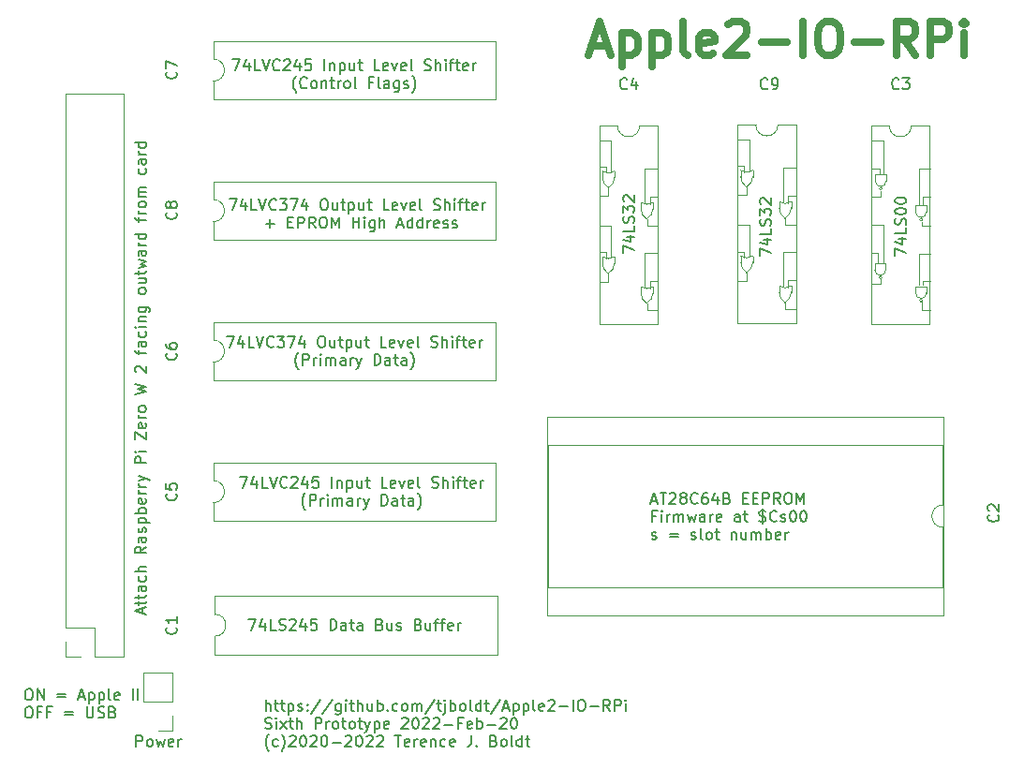
<source format=gbr>
G04 #@! TF.GenerationSoftware,KiCad,Pcbnew,(6.0.2-0)*
G04 #@! TF.CreationDate,2022-02-20T11:19:09-05:00*
G04 #@! TF.ProjectId,Apple2IORPi,4170706c-6532-4494-9f52-50692e6b6963,0.6*
G04 #@! TF.SameCoordinates,Original*
G04 #@! TF.FileFunction,Legend,Top*
G04 #@! TF.FilePolarity,Positive*
%FSLAX46Y46*%
G04 Gerber Fmt 4.6, Leading zero omitted, Abs format (unit mm)*
G04 Created by KiCad (PCBNEW (6.0.2-0)) date 2022-02-20 11:19:09*
%MOMM*%
%LPD*%
G01*
G04 APERTURE LIST*
%ADD10C,0.150000*%
%ADD11C,0.635000*%
%ADD12C,0.120000*%
G04 APERTURE END LIST*
D10*
X123936028Y-60547180D02*
X124602695Y-60547180D01*
X124174123Y-61547180D01*
X125412219Y-60880514D02*
X125412219Y-61547180D01*
X125174123Y-60499561D02*
X124936028Y-61213847D01*
X125555076Y-61213847D01*
X126412219Y-61547180D02*
X125936028Y-61547180D01*
X125936028Y-60547180D01*
X126602695Y-60547180D02*
X126936028Y-61547180D01*
X127269361Y-60547180D01*
X128174123Y-61451942D02*
X128126504Y-61499561D01*
X127983647Y-61547180D01*
X127888409Y-61547180D01*
X127745552Y-61499561D01*
X127650314Y-61404323D01*
X127602695Y-61309085D01*
X127555076Y-61118609D01*
X127555076Y-60975752D01*
X127602695Y-60785276D01*
X127650314Y-60690038D01*
X127745552Y-60594800D01*
X127888409Y-60547180D01*
X127983647Y-60547180D01*
X128126504Y-60594800D01*
X128174123Y-60642419D01*
X128507457Y-60547180D02*
X129126504Y-60547180D01*
X128793171Y-60928133D01*
X128936028Y-60928133D01*
X129031266Y-60975752D01*
X129078885Y-61023371D01*
X129126504Y-61118609D01*
X129126504Y-61356704D01*
X129078885Y-61451942D01*
X129031266Y-61499561D01*
X128936028Y-61547180D01*
X128650314Y-61547180D01*
X128555076Y-61499561D01*
X128507457Y-61451942D01*
X129459838Y-60547180D02*
X130126504Y-60547180D01*
X129697933Y-61547180D01*
X130936028Y-60880514D02*
X130936028Y-61547180D01*
X130697933Y-60499561D02*
X130459838Y-61213847D01*
X131078885Y-61213847D01*
X132412219Y-60547180D02*
X132602695Y-60547180D01*
X132697933Y-60594800D01*
X132793171Y-60690038D01*
X132840790Y-60880514D01*
X132840790Y-61213847D01*
X132793171Y-61404323D01*
X132697933Y-61499561D01*
X132602695Y-61547180D01*
X132412219Y-61547180D01*
X132316980Y-61499561D01*
X132221742Y-61404323D01*
X132174123Y-61213847D01*
X132174123Y-60880514D01*
X132221742Y-60690038D01*
X132316980Y-60594800D01*
X132412219Y-60547180D01*
X133697933Y-60880514D02*
X133697933Y-61547180D01*
X133269361Y-60880514D02*
X133269361Y-61404323D01*
X133316980Y-61499561D01*
X133412219Y-61547180D01*
X133555076Y-61547180D01*
X133650314Y-61499561D01*
X133697933Y-61451942D01*
X134031266Y-60880514D02*
X134412219Y-60880514D01*
X134174123Y-60547180D02*
X134174123Y-61404323D01*
X134221742Y-61499561D01*
X134316980Y-61547180D01*
X134412219Y-61547180D01*
X134745552Y-60880514D02*
X134745552Y-61880514D01*
X134745552Y-60928133D02*
X134840790Y-60880514D01*
X135031266Y-60880514D01*
X135126504Y-60928133D01*
X135174123Y-60975752D01*
X135221742Y-61070990D01*
X135221742Y-61356704D01*
X135174123Y-61451942D01*
X135126504Y-61499561D01*
X135031266Y-61547180D01*
X134840790Y-61547180D01*
X134745552Y-61499561D01*
X136078885Y-60880514D02*
X136078885Y-61547180D01*
X135650314Y-60880514D02*
X135650314Y-61404323D01*
X135697933Y-61499561D01*
X135793171Y-61547180D01*
X135936028Y-61547180D01*
X136031266Y-61499561D01*
X136078885Y-61451942D01*
X136412219Y-60880514D02*
X136793171Y-60880514D01*
X136555076Y-60547180D02*
X136555076Y-61404323D01*
X136602695Y-61499561D01*
X136697933Y-61547180D01*
X136793171Y-61547180D01*
X138364600Y-61547180D02*
X137888409Y-61547180D01*
X137888409Y-60547180D01*
X139078885Y-61499561D02*
X138983647Y-61547180D01*
X138793171Y-61547180D01*
X138697933Y-61499561D01*
X138650314Y-61404323D01*
X138650314Y-61023371D01*
X138697933Y-60928133D01*
X138793171Y-60880514D01*
X138983647Y-60880514D01*
X139078885Y-60928133D01*
X139126504Y-61023371D01*
X139126504Y-61118609D01*
X138650314Y-61213847D01*
X139459838Y-60880514D02*
X139697933Y-61547180D01*
X139936028Y-60880514D01*
X140697933Y-61499561D02*
X140602695Y-61547180D01*
X140412219Y-61547180D01*
X140316980Y-61499561D01*
X140269361Y-61404323D01*
X140269361Y-61023371D01*
X140316980Y-60928133D01*
X140412219Y-60880514D01*
X140602695Y-60880514D01*
X140697933Y-60928133D01*
X140745552Y-61023371D01*
X140745552Y-61118609D01*
X140269361Y-61213847D01*
X141316980Y-61547180D02*
X141221742Y-61499561D01*
X141174123Y-61404323D01*
X141174123Y-60547180D01*
X142412219Y-61499561D02*
X142555076Y-61547180D01*
X142793171Y-61547180D01*
X142888409Y-61499561D01*
X142936028Y-61451942D01*
X142983647Y-61356704D01*
X142983647Y-61261466D01*
X142936028Y-61166228D01*
X142888409Y-61118609D01*
X142793171Y-61070990D01*
X142602695Y-61023371D01*
X142507457Y-60975752D01*
X142459838Y-60928133D01*
X142412219Y-60832895D01*
X142412219Y-60737657D01*
X142459838Y-60642419D01*
X142507457Y-60594800D01*
X142602695Y-60547180D01*
X142840790Y-60547180D01*
X142983647Y-60594800D01*
X143412219Y-61547180D02*
X143412219Y-60547180D01*
X143840790Y-61547180D02*
X143840790Y-61023371D01*
X143793171Y-60928133D01*
X143697933Y-60880514D01*
X143555076Y-60880514D01*
X143459838Y-60928133D01*
X143412219Y-60975752D01*
X144316980Y-61547180D02*
X144316980Y-60880514D01*
X144316980Y-60547180D02*
X144269361Y-60594800D01*
X144316980Y-60642419D01*
X144364599Y-60594800D01*
X144316980Y-60547180D01*
X144316980Y-60642419D01*
X144650314Y-60880514D02*
X145031266Y-60880514D01*
X144793171Y-61547180D02*
X144793171Y-60690038D01*
X144840790Y-60594800D01*
X144936028Y-60547180D01*
X145031266Y-60547180D01*
X145221742Y-60880514D02*
X145602695Y-60880514D01*
X145364599Y-60547180D02*
X145364599Y-61404323D01*
X145412219Y-61499561D01*
X145507457Y-61547180D01*
X145602695Y-61547180D01*
X146316980Y-61499561D02*
X146221742Y-61547180D01*
X146031266Y-61547180D01*
X145936028Y-61499561D01*
X145888409Y-61404323D01*
X145888409Y-61023371D01*
X145936028Y-60928133D01*
X146031266Y-60880514D01*
X146221742Y-60880514D01*
X146316980Y-60928133D01*
X146364599Y-61023371D01*
X146364599Y-61118609D01*
X145888409Y-61213847D01*
X146793171Y-61547180D02*
X146793171Y-60880514D01*
X146793171Y-61070990D02*
X146840790Y-60975752D01*
X146888409Y-60928133D01*
X146983647Y-60880514D01*
X147078885Y-60880514D01*
X127245552Y-62776228D02*
X128007457Y-62776228D01*
X127626504Y-63157180D02*
X127626504Y-62395276D01*
X129245552Y-62633371D02*
X129578885Y-62633371D01*
X129721742Y-63157180D02*
X129245552Y-63157180D01*
X129245552Y-62157180D01*
X129721742Y-62157180D01*
X130150314Y-63157180D02*
X130150314Y-62157180D01*
X130531266Y-62157180D01*
X130626504Y-62204800D01*
X130674123Y-62252419D01*
X130721742Y-62347657D01*
X130721742Y-62490514D01*
X130674123Y-62585752D01*
X130626504Y-62633371D01*
X130531266Y-62680990D01*
X130150314Y-62680990D01*
X131721742Y-63157180D02*
X131388409Y-62680990D01*
X131150314Y-63157180D02*
X131150314Y-62157180D01*
X131531266Y-62157180D01*
X131626504Y-62204800D01*
X131674123Y-62252419D01*
X131721742Y-62347657D01*
X131721742Y-62490514D01*
X131674123Y-62585752D01*
X131626504Y-62633371D01*
X131531266Y-62680990D01*
X131150314Y-62680990D01*
X132340790Y-62157180D02*
X132531266Y-62157180D01*
X132626504Y-62204800D01*
X132721742Y-62300038D01*
X132769361Y-62490514D01*
X132769361Y-62823847D01*
X132721742Y-63014323D01*
X132626504Y-63109561D01*
X132531266Y-63157180D01*
X132340790Y-63157180D01*
X132245552Y-63109561D01*
X132150314Y-63014323D01*
X132102695Y-62823847D01*
X132102695Y-62490514D01*
X132150314Y-62300038D01*
X132245552Y-62204800D01*
X132340790Y-62157180D01*
X133197933Y-63157180D02*
X133197933Y-62157180D01*
X133531266Y-62871466D01*
X133864599Y-62157180D01*
X133864599Y-63157180D01*
X135102695Y-63157180D02*
X135102695Y-62157180D01*
X135102695Y-62633371D02*
X135674123Y-62633371D01*
X135674123Y-63157180D02*
X135674123Y-62157180D01*
X136150314Y-63157180D02*
X136150314Y-62490514D01*
X136150314Y-62157180D02*
X136102695Y-62204800D01*
X136150314Y-62252419D01*
X136197933Y-62204800D01*
X136150314Y-62157180D01*
X136150314Y-62252419D01*
X137055076Y-62490514D02*
X137055076Y-63300038D01*
X137007457Y-63395276D01*
X136959838Y-63442895D01*
X136864600Y-63490514D01*
X136721742Y-63490514D01*
X136626504Y-63442895D01*
X137055076Y-63109561D02*
X136959838Y-63157180D01*
X136769361Y-63157180D01*
X136674123Y-63109561D01*
X136626504Y-63061942D01*
X136578885Y-62966704D01*
X136578885Y-62680990D01*
X136626504Y-62585752D01*
X136674123Y-62538133D01*
X136769361Y-62490514D01*
X136959838Y-62490514D01*
X137055076Y-62538133D01*
X137531266Y-63157180D02*
X137531266Y-62157180D01*
X137959838Y-63157180D02*
X137959838Y-62633371D01*
X137912219Y-62538133D01*
X137816980Y-62490514D01*
X137674123Y-62490514D01*
X137578885Y-62538133D01*
X137531266Y-62585752D01*
X139150314Y-62871466D02*
X139626504Y-62871466D01*
X139055076Y-63157180D02*
X139388409Y-62157180D01*
X139721742Y-63157180D01*
X140483647Y-63157180D02*
X140483647Y-62157180D01*
X140483647Y-63109561D02*
X140388409Y-63157180D01*
X140197933Y-63157180D01*
X140102695Y-63109561D01*
X140055076Y-63061942D01*
X140007457Y-62966704D01*
X140007457Y-62680990D01*
X140055076Y-62585752D01*
X140102695Y-62538133D01*
X140197933Y-62490514D01*
X140388409Y-62490514D01*
X140483647Y-62538133D01*
X141388409Y-63157180D02*
X141388409Y-62157180D01*
X141388409Y-63109561D02*
X141293171Y-63157180D01*
X141102695Y-63157180D01*
X141007457Y-63109561D01*
X140959838Y-63061942D01*
X140912219Y-62966704D01*
X140912219Y-62680990D01*
X140959838Y-62585752D01*
X141007457Y-62538133D01*
X141102695Y-62490514D01*
X141293171Y-62490514D01*
X141388409Y-62538133D01*
X141864600Y-63157180D02*
X141864600Y-62490514D01*
X141864600Y-62680990D02*
X141912219Y-62585752D01*
X141959838Y-62538133D01*
X142055076Y-62490514D01*
X142150314Y-62490514D01*
X142864600Y-63109561D02*
X142769361Y-63157180D01*
X142578885Y-63157180D01*
X142483647Y-63109561D01*
X142436028Y-63014323D01*
X142436028Y-62633371D01*
X142483647Y-62538133D01*
X142578885Y-62490514D01*
X142769361Y-62490514D01*
X142864600Y-62538133D01*
X142912219Y-62633371D01*
X142912219Y-62728609D01*
X142436028Y-62823847D01*
X143293171Y-63109561D02*
X143388409Y-63157180D01*
X143578885Y-63157180D01*
X143674123Y-63109561D01*
X143721742Y-63014323D01*
X143721742Y-62966704D01*
X143674123Y-62871466D01*
X143578885Y-62823847D01*
X143436028Y-62823847D01*
X143340790Y-62776228D01*
X143293171Y-62680990D01*
X143293171Y-62633371D01*
X143340790Y-62538133D01*
X143436028Y-62490514D01*
X143578885Y-62490514D01*
X143674123Y-62538133D01*
X144102695Y-63109561D02*
X144197933Y-63157180D01*
X144388409Y-63157180D01*
X144483647Y-63109561D01*
X144531266Y-63014323D01*
X144531266Y-62966704D01*
X144483647Y-62871466D01*
X144388409Y-62823847D01*
X144245552Y-62823847D01*
X144150314Y-62776228D01*
X144102695Y-62680990D01*
X144102695Y-62633371D01*
X144150314Y-62538133D01*
X144245552Y-62490514D01*
X144388409Y-62490514D01*
X144483647Y-62538133D01*
X124253409Y-47923380D02*
X124920076Y-47923380D01*
X124491504Y-48923380D01*
X125729599Y-48256714D02*
X125729599Y-48923380D01*
X125491504Y-47875761D02*
X125253409Y-48590047D01*
X125872457Y-48590047D01*
X126729599Y-48923380D02*
X126253409Y-48923380D01*
X126253409Y-47923380D01*
X126920076Y-47923380D02*
X127253409Y-48923380D01*
X127586742Y-47923380D01*
X128491504Y-48828142D02*
X128443885Y-48875761D01*
X128301028Y-48923380D01*
X128205790Y-48923380D01*
X128062933Y-48875761D01*
X127967695Y-48780523D01*
X127920076Y-48685285D01*
X127872457Y-48494809D01*
X127872457Y-48351952D01*
X127920076Y-48161476D01*
X127967695Y-48066238D01*
X128062933Y-47971000D01*
X128205790Y-47923380D01*
X128301028Y-47923380D01*
X128443885Y-47971000D01*
X128491504Y-48018619D01*
X128872457Y-48018619D02*
X128920076Y-47971000D01*
X129015314Y-47923380D01*
X129253409Y-47923380D01*
X129348647Y-47971000D01*
X129396266Y-48018619D01*
X129443885Y-48113857D01*
X129443885Y-48209095D01*
X129396266Y-48351952D01*
X128824838Y-48923380D01*
X129443885Y-48923380D01*
X130301028Y-48256714D02*
X130301028Y-48923380D01*
X130062933Y-47875761D02*
X129824838Y-48590047D01*
X130443885Y-48590047D01*
X131301028Y-47923380D02*
X130824838Y-47923380D01*
X130777219Y-48399571D01*
X130824838Y-48351952D01*
X130920076Y-48304333D01*
X131158171Y-48304333D01*
X131253409Y-48351952D01*
X131301028Y-48399571D01*
X131348647Y-48494809D01*
X131348647Y-48732904D01*
X131301028Y-48828142D01*
X131253409Y-48875761D01*
X131158171Y-48923380D01*
X130920076Y-48923380D01*
X130824838Y-48875761D01*
X130777219Y-48828142D01*
X132539123Y-48923380D02*
X132539123Y-47923380D01*
X133015314Y-48256714D02*
X133015314Y-48923380D01*
X133015314Y-48351952D02*
X133062933Y-48304333D01*
X133158171Y-48256714D01*
X133301028Y-48256714D01*
X133396266Y-48304333D01*
X133443885Y-48399571D01*
X133443885Y-48923380D01*
X133920076Y-48256714D02*
X133920076Y-49256714D01*
X133920076Y-48304333D02*
X134015314Y-48256714D01*
X134205790Y-48256714D01*
X134301028Y-48304333D01*
X134348647Y-48351952D01*
X134396266Y-48447190D01*
X134396266Y-48732904D01*
X134348647Y-48828142D01*
X134301028Y-48875761D01*
X134205790Y-48923380D01*
X134015314Y-48923380D01*
X133920076Y-48875761D01*
X135253409Y-48256714D02*
X135253409Y-48923380D01*
X134824838Y-48256714D02*
X134824838Y-48780523D01*
X134872457Y-48875761D01*
X134967695Y-48923380D01*
X135110552Y-48923380D01*
X135205790Y-48875761D01*
X135253409Y-48828142D01*
X135586742Y-48256714D02*
X135967695Y-48256714D01*
X135729600Y-47923380D02*
X135729600Y-48780523D01*
X135777219Y-48875761D01*
X135872457Y-48923380D01*
X135967695Y-48923380D01*
X137539123Y-48923380D02*
X137062933Y-48923380D01*
X137062933Y-47923380D01*
X138253409Y-48875761D02*
X138158171Y-48923380D01*
X137967695Y-48923380D01*
X137872457Y-48875761D01*
X137824838Y-48780523D01*
X137824838Y-48399571D01*
X137872457Y-48304333D01*
X137967695Y-48256714D01*
X138158171Y-48256714D01*
X138253409Y-48304333D01*
X138301028Y-48399571D01*
X138301028Y-48494809D01*
X137824838Y-48590047D01*
X138634361Y-48256714D02*
X138872457Y-48923380D01*
X139110552Y-48256714D01*
X139872457Y-48875761D02*
X139777219Y-48923380D01*
X139586742Y-48923380D01*
X139491504Y-48875761D01*
X139443885Y-48780523D01*
X139443885Y-48399571D01*
X139491504Y-48304333D01*
X139586742Y-48256714D01*
X139777219Y-48256714D01*
X139872457Y-48304333D01*
X139920076Y-48399571D01*
X139920076Y-48494809D01*
X139443885Y-48590047D01*
X140491504Y-48923380D02*
X140396266Y-48875761D01*
X140348647Y-48780523D01*
X140348647Y-47923380D01*
X141586742Y-48875761D02*
X141729600Y-48923380D01*
X141967695Y-48923380D01*
X142062933Y-48875761D01*
X142110552Y-48828142D01*
X142158171Y-48732904D01*
X142158171Y-48637666D01*
X142110552Y-48542428D01*
X142062933Y-48494809D01*
X141967695Y-48447190D01*
X141777219Y-48399571D01*
X141681980Y-48351952D01*
X141634361Y-48304333D01*
X141586742Y-48209095D01*
X141586742Y-48113857D01*
X141634361Y-48018619D01*
X141681980Y-47971000D01*
X141777219Y-47923380D01*
X142015314Y-47923380D01*
X142158171Y-47971000D01*
X142586742Y-48923380D02*
X142586742Y-47923380D01*
X143015314Y-48923380D02*
X143015314Y-48399571D01*
X142967695Y-48304333D01*
X142872457Y-48256714D01*
X142729600Y-48256714D01*
X142634361Y-48304333D01*
X142586742Y-48351952D01*
X143491504Y-48923380D02*
X143491504Y-48256714D01*
X143491504Y-47923380D02*
X143443885Y-47971000D01*
X143491504Y-48018619D01*
X143539123Y-47971000D01*
X143491504Y-47923380D01*
X143491504Y-48018619D01*
X143824838Y-48256714D02*
X144205790Y-48256714D01*
X143967695Y-48923380D02*
X143967695Y-48066238D01*
X144015314Y-47971000D01*
X144110552Y-47923380D01*
X144205790Y-47923380D01*
X144396266Y-48256714D02*
X144777219Y-48256714D01*
X144539123Y-47923380D02*
X144539123Y-48780523D01*
X144586742Y-48875761D01*
X144681980Y-48923380D01*
X144777219Y-48923380D01*
X145491504Y-48875761D02*
X145396266Y-48923380D01*
X145205790Y-48923380D01*
X145110552Y-48875761D01*
X145062933Y-48780523D01*
X145062933Y-48399571D01*
X145110552Y-48304333D01*
X145205790Y-48256714D01*
X145396266Y-48256714D01*
X145491504Y-48304333D01*
X145539123Y-48399571D01*
X145539123Y-48494809D01*
X145062933Y-48590047D01*
X145967695Y-48923380D02*
X145967695Y-48256714D01*
X145967695Y-48447190D02*
X146015314Y-48351952D01*
X146062933Y-48304333D01*
X146158171Y-48256714D01*
X146253409Y-48256714D01*
X129991504Y-50914333D02*
X129943885Y-50866714D01*
X129848647Y-50723857D01*
X129801028Y-50628619D01*
X129753409Y-50485761D01*
X129705790Y-50247666D01*
X129705790Y-50057190D01*
X129753409Y-49819095D01*
X129801028Y-49676238D01*
X129848647Y-49581000D01*
X129943885Y-49438142D01*
X129991504Y-49390523D01*
X130943885Y-50438142D02*
X130896266Y-50485761D01*
X130753409Y-50533380D01*
X130658171Y-50533380D01*
X130515314Y-50485761D01*
X130420076Y-50390523D01*
X130372457Y-50295285D01*
X130324838Y-50104809D01*
X130324838Y-49961952D01*
X130372457Y-49771476D01*
X130420076Y-49676238D01*
X130515314Y-49581000D01*
X130658171Y-49533380D01*
X130753409Y-49533380D01*
X130896266Y-49581000D01*
X130943885Y-49628619D01*
X131515314Y-50533380D02*
X131420076Y-50485761D01*
X131372457Y-50438142D01*
X131324838Y-50342904D01*
X131324838Y-50057190D01*
X131372457Y-49961952D01*
X131420076Y-49914333D01*
X131515314Y-49866714D01*
X131658171Y-49866714D01*
X131753409Y-49914333D01*
X131801028Y-49961952D01*
X131848647Y-50057190D01*
X131848647Y-50342904D01*
X131801028Y-50438142D01*
X131753409Y-50485761D01*
X131658171Y-50533380D01*
X131515314Y-50533380D01*
X132277219Y-49866714D02*
X132277219Y-50533380D01*
X132277219Y-49961952D02*
X132324838Y-49914333D01*
X132420076Y-49866714D01*
X132562933Y-49866714D01*
X132658171Y-49914333D01*
X132705790Y-50009571D01*
X132705790Y-50533380D01*
X133039123Y-49866714D02*
X133420076Y-49866714D01*
X133181980Y-49533380D02*
X133181980Y-50390523D01*
X133229600Y-50485761D01*
X133324838Y-50533380D01*
X133420076Y-50533380D01*
X133753409Y-50533380D02*
X133753409Y-49866714D01*
X133753409Y-50057190D02*
X133801028Y-49961952D01*
X133848647Y-49914333D01*
X133943885Y-49866714D01*
X134039123Y-49866714D01*
X134515314Y-50533380D02*
X134420076Y-50485761D01*
X134372457Y-50438142D01*
X134324838Y-50342904D01*
X134324838Y-50057190D01*
X134372457Y-49961952D01*
X134420076Y-49914333D01*
X134515314Y-49866714D01*
X134658171Y-49866714D01*
X134753409Y-49914333D01*
X134801028Y-49961952D01*
X134848647Y-50057190D01*
X134848647Y-50342904D01*
X134801028Y-50438142D01*
X134753409Y-50485761D01*
X134658171Y-50533380D01*
X134515314Y-50533380D01*
X135420076Y-50533380D02*
X135324838Y-50485761D01*
X135277219Y-50390523D01*
X135277219Y-49533380D01*
X136896266Y-50009571D02*
X136562933Y-50009571D01*
X136562933Y-50533380D02*
X136562933Y-49533380D01*
X137039123Y-49533380D01*
X137562933Y-50533380D02*
X137467695Y-50485761D01*
X137420076Y-50390523D01*
X137420076Y-49533380D01*
X138372457Y-50533380D02*
X138372457Y-50009571D01*
X138324838Y-49914333D01*
X138229600Y-49866714D01*
X138039123Y-49866714D01*
X137943885Y-49914333D01*
X138372457Y-50485761D02*
X138277219Y-50533380D01*
X138039123Y-50533380D01*
X137943885Y-50485761D01*
X137896266Y-50390523D01*
X137896266Y-50295285D01*
X137943885Y-50200047D01*
X138039123Y-50152428D01*
X138277219Y-50152428D01*
X138372457Y-50104809D01*
X139277219Y-49866714D02*
X139277219Y-50676238D01*
X139229600Y-50771476D01*
X139181980Y-50819095D01*
X139086742Y-50866714D01*
X138943885Y-50866714D01*
X138848647Y-50819095D01*
X139277219Y-50485761D02*
X139181980Y-50533380D01*
X138991504Y-50533380D01*
X138896266Y-50485761D01*
X138848647Y-50438142D01*
X138801028Y-50342904D01*
X138801028Y-50057190D01*
X138848647Y-49961952D01*
X138896266Y-49914333D01*
X138991504Y-49866714D01*
X139181980Y-49866714D01*
X139277219Y-49914333D01*
X139705790Y-50485761D02*
X139801028Y-50533380D01*
X139991504Y-50533380D01*
X140086742Y-50485761D01*
X140134361Y-50390523D01*
X140134361Y-50342904D01*
X140086742Y-50247666D01*
X139991504Y-50200047D01*
X139848647Y-50200047D01*
X139753409Y-50152428D01*
X139705790Y-50057190D01*
X139705790Y-50009571D01*
X139753409Y-49914333D01*
X139848647Y-49866714D01*
X139991504Y-49866714D01*
X140086742Y-49914333D01*
X140467695Y-50914333D02*
X140515314Y-50866714D01*
X140610552Y-50723857D01*
X140658171Y-50628619D01*
X140705790Y-50485761D01*
X140753409Y-50247666D01*
X140753409Y-50057190D01*
X140705790Y-49819095D01*
X140658171Y-49676238D01*
X140610552Y-49581000D01*
X140515314Y-49438142D01*
X140467695Y-49390523D01*
D11*
X156649057Y-46685200D02*
X158100485Y-46685200D01*
X156358771Y-47556057D02*
X157374771Y-44508057D01*
X158390771Y-47556057D01*
X159406771Y-45524057D02*
X159406771Y-48572057D01*
X159406771Y-45669200D02*
X159697057Y-45524057D01*
X160277628Y-45524057D01*
X160567914Y-45669200D01*
X160713057Y-45814342D01*
X160858200Y-46104628D01*
X160858200Y-46975485D01*
X160713057Y-47265771D01*
X160567914Y-47410914D01*
X160277628Y-47556057D01*
X159697057Y-47556057D01*
X159406771Y-47410914D01*
X162164485Y-45524057D02*
X162164485Y-48572057D01*
X162164485Y-45669200D02*
X162454771Y-45524057D01*
X163035342Y-45524057D01*
X163325628Y-45669200D01*
X163470771Y-45814342D01*
X163615914Y-46104628D01*
X163615914Y-46975485D01*
X163470771Y-47265771D01*
X163325628Y-47410914D01*
X163035342Y-47556057D01*
X162454771Y-47556057D01*
X162164485Y-47410914D01*
X165357628Y-47556057D02*
X165067342Y-47410914D01*
X164922200Y-47120628D01*
X164922200Y-44508057D01*
X167679914Y-47410914D02*
X167389628Y-47556057D01*
X166809057Y-47556057D01*
X166518771Y-47410914D01*
X166373628Y-47120628D01*
X166373628Y-45959485D01*
X166518771Y-45669200D01*
X166809057Y-45524057D01*
X167389628Y-45524057D01*
X167679914Y-45669200D01*
X167825057Y-45959485D01*
X167825057Y-46249771D01*
X166373628Y-46540057D01*
X168986200Y-44798342D02*
X169131342Y-44653200D01*
X169421628Y-44508057D01*
X170147342Y-44508057D01*
X170437628Y-44653200D01*
X170582771Y-44798342D01*
X170727914Y-45088628D01*
X170727914Y-45378914D01*
X170582771Y-45814342D01*
X168841057Y-47556057D01*
X170727914Y-47556057D01*
X172034200Y-46394914D02*
X174356485Y-46394914D01*
X175807914Y-47556057D02*
X175807914Y-44508057D01*
X177839914Y-44508057D02*
X178420485Y-44508057D01*
X178710771Y-44653200D01*
X179001057Y-44943485D01*
X179146200Y-45524057D01*
X179146200Y-46540057D01*
X179001057Y-47120628D01*
X178710771Y-47410914D01*
X178420485Y-47556057D01*
X177839914Y-47556057D01*
X177549628Y-47410914D01*
X177259342Y-47120628D01*
X177114200Y-46540057D01*
X177114200Y-45524057D01*
X177259342Y-44943485D01*
X177549628Y-44653200D01*
X177839914Y-44508057D01*
X180452485Y-46394914D02*
X182774771Y-46394914D01*
X185967914Y-47556057D02*
X184951914Y-46104628D01*
X184226200Y-47556057D02*
X184226200Y-44508057D01*
X185387342Y-44508057D01*
X185677628Y-44653200D01*
X185822771Y-44798342D01*
X185967914Y-45088628D01*
X185967914Y-45524057D01*
X185822771Y-45814342D01*
X185677628Y-45959485D01*
X185387342Y-46104628D01*
X184226200Y-46104628D01*
X187274200Y-47556057D02*
X187274200Y-44508057D01*
X188435342Y-44508057D01*
X188725628Y-44653200D01*
X188870771Y-44798342D01*
X189015914Y-45088628D01*
X189015914Y-45524057D01*
X188870771Y-45814342D01*
X188725628Y-45959485D01*
X188435342Y-46104628D01*
X187274200Y-46104628D01*
X190322200Y-47556057D02*
X190322200Y-45524057D01*
X190322200Y-44508057D02*
X190177057Y-44653200D01*
X190322200Y-44798342D01*
X190467342Y-44653200D01*
X190322200Y-44508057D01*
X190322200Y-44798342D01*
D10*
X116117666Y-98017523D02*
X116117666Y-97541333D01*
X116403380Y-98112761D02*
X115403380Y-97779428D01*
X116403380Y-97446095D01*
X115736714Y-97255619D02*
X115736714Y-96874666D01*
X115403380Y-97112761D02*
X116260523Y-97112761D01*
X116355761Y-97065142D01*
X116403380Y-96969904D01*
X116403380Y-96874666D01*
X115736714Y-96684190D02*
X115736714Y-96303238D01*
X115403380Y-96541333D02*
X116260523Y-96541333D01*
X116355761Y-96493714D01*
X116403380Y-96398476D01*
X116403380Y-96303238D01*
X116403380Y-95541333D02*
X115879571Y-95541333D01*
X115784333Y-95588952D01*
X115736714Y-95684190D01*
X115736714Y-95874666D01*
X115784333Y-95969904D01*
X116355761Y-95541333D02*
X116403380Y-95636571D01*
X116403380Y-95874666D01*
X116355761Y-95969904D01*
X116260523Y-96017523D01*
X116165285Y-96017523D01*
X116070047Y-95969904D01*
X116022428Y-95874666D01*
X116022428Y-95636571D01*
X115974809Y-95541333D01*
X116355761Y-94636571D02*
X116403380Y-94731809D01*
X116403380Y-94922285D01*
X116355761Y-95017523D01*
X116308142Y-95065142D01*
X116212904Y-95112761D01*
X115927190Y-95112761D01*
X115831952Y-95065142D01*
X115784333Y-95017523D01*
X115736714Y-94922285D01*
X115736714Y-94731809D01*
X115784333Y-94636571D01*
X116403380Y-94208000D02*
X115403380Y-94208000D01*
X116403380Y-93779428D02*
X115879571Y-93779428D01*
X115784333Y-93827047D01*
X115736714Y-93922285D01*
X115736714Y-94065142D01*
X115784333Y-94160380D01*
X115831952Y-94208000D01*
X116403380Y-91969904D02*
X115927190Y-92303238D01*
X116403380Y-92541333D02*
X115403380Y-92541333D01*
X115403380Y-92160380D01*
X115451000Y-92065142D01*
X115498619Y-92017523D01*
X115593857Y-91969904D01*
X115736714Y-91969904D01*
X115831952Y-92017523D01*
X115879571Y-92065142D01*
X115927190Y-92160380D01*
X115927190Y-92541333D01*
X116403380Y-91112761D02*
X115879571Y-91112761D01*
X115784333Y-91160380D01*
X115736714Y-91255619D01*
X115736714Y-91446095D01*
X115784333Y-91541333D01*
X116355761Y-91112761D02*
X116403380Y-91208000D01*
X116403380Y-91446095D01*
X116355761Y-91541333D01*
X116260523Y-91588952D01*
X116165285Y-91588952D01*
X116070047Y-91541333D01*
X116022428Y-91446095D01*
X116022428Y-91208000D01*
X115974809Y-91112761D01*
X116355761Y-90684190D02*
X116403380Y-90588952D01*
X116403380Y-90398476D01*
X116355761Y-90303238D01*
X116260523Y-90255619D01*
X116212904Y-90255619D01*
X116117666Y-90303238D01*
X116070047Y-90398476D01*
X116070047Y-90541333D01*
X116022428Y-90636571D01*
X115927190Y-90684190D01*
X115879571Y-90684190D01*
X115784333Y-90636571D01*
X115736714Y-90541333D01*
X115736714Y-90398476D01*
X115784333Y-90303238D01*
X115736714Y-89827047D02*
X116736714Y-89827047D01*
X115784333Y-89827047D02*
X115736714Y-89731809D01*
X115736714Y-89541333D01*
X115784333Y-89446095D01*
X115831952Y-89398476D01*
X115927190Y-89350857D01*
X116212904Y-89350857D01*
X116308142Y-89398476D01*
X116355761Y-89446095D01*
X116403380Y-89541333D01*
X116403380Y-89731809D01*
X116355761Y-89827047D01*
X116403380Y-88922285D02*
X115403380Y-88922285D01*
X115784333Y-88922285D02*
X115736714Y-88827047D01*
X115736714Y-88636571D01*
X115784333Y-88541333D01*
X115831952Y-88493714D01*
X115927190Y-88446095D01*
X116212904Y-88446095D01*
X116308142Y-88493714D01*
X116355761Y-88541333D01*
X116403380Y-88636571D01*
X116403380Y-88827047D01*
X116355761Y-88922285D01*
X116355761Y-87636571D02*
X116403380Y-87731809D01*
X116403380Y-87922285D01*
X116355761Y-88017523D01*
X116260523Y-88065142D01*
X115879571Y-88065142D01*
X115784333Y-88017523D01*
X115736714Y-87922285D01*
X115736714Y-87731809D01*
X115784333Y-87636571D01*
X115879571Y-87588952D01*
X115974809Y-87588952D01*
X116070047Y-88065142D01*
X116403380Y-87160380D02*
X115736714Y-87160380D01*
X115927190Y-87160380D02*
X115831952Y-87112761D01*
X115784333Y-87065142D01*
X115736714Y-86969904D01*
X115736714Y-86874666D01*
X116403380Y-86541333D02*
X115736714Y-86541333D01*
X115927190Y-86541333D02*
X115831952Y-86493714D01*
X115784333Y-86446095D01*
X115736714Y-86350857D01*
X115736714Y-86255619D01*
X115736714Y-86017523D02*
X116403380Y-85779428D01*
X115736714Y-85541333D02*
X116403380Y-85779428D01*
X116641476Y-85874666D01*
X116689095Y-85922285D01*
X116736714Y-86017523D01*
X116403380Y-84398476D02*
X115403380Y-84398476D01*
X115403380Y-84017523D01*
X115451000Y-83922285D01*
X115498619Y-83874666D01*
X115593857Y-83827047D01*
X115736714Y-83827047D01*
X115831952Y-83874666D01*
X115879571Y-83922285D01*
X115927190Y-84017523D01*
X115927190Y-84398476D01*
X116403380Y-83398476D02*
X115736714Y-83398476D01*
X115403380Y-83398476D02*
X115451000Y-83446095D01*
X115498619Y-83398476D01*
X115451000Y-83350857D01*
X115403380Y-83398476D01*
X115498619Y-83398476D01*
X115403380Y-82255619D02*
X115403380Y-81588952D01*
X116403380Y-82255619D01*
X116403380Y-81588952D01*
X116355761Y-80827047D02*
X116403380Y-80922285D01*
X116403380Y-81112761D01*
X116355761Y-81208000D01*
X116260523Y-81255619D01*
X115879571Y-81255619D01*
X115784333Y-81208000D01*
X115736714Y-81112761D01*
X115736714Y-80922285D01*
X115784333Y-80827047D01*
X115879571Y-80779428D01*
X115974809Y-80779428D01*
X116070047Y-81255619D01*
X116403380Y-80350857D02*
X115736714Y-80350857D01*
X115927190Y-80350857D02*
X115831952Y-80303238D01*
X115784333Y-80255619D01*
X115736714Y-80160380D01*
X115736714Y-80065142D01*
X116403380Y-79588952D02*
X116355761Y-79684190D01*
X116308142Y-79731809D01*
X116212904Y-79779428D01*
X115927190Y-79779428D01*
X115831952Y-79731809D01*
X115784333Y-79684190D01*
X115736714Y-79588952D01*
X115736714Y-79446095D01*
X115784333Y-79350857D01*
X115831952Y-79303238D01*
X115927190Y-79255619D01*
X116212904Y-79255619D01*
X116308142Y-79303238D01*
X116355761Y-79350857D01*
X116403380Y-79446095D01*
X116403380Y-79588952D01*
X115403380Y-78160380D02*
X116403380Y-77922285D01*
X115689095Y-77731809D01*
X116403380Y-77541333D01*
X115403380Y-77303238D01*
X115498619Y-76208000D02*
X115451000Y-76160380D01*
X115403380Y-76065142D01*
X115403380Y-75827047D01*
X115451000Y-75731809D01*
X115498619Y-75684190D01*
X115593857Y-75636571D01*
X115689095Y-75636571D01*
X115831952Y-75684190D01*
X116403380Y-76255619D01*
X116403380Y-75636571D01*
X115736714Y-74588952D02*
X115736714Y-74208000D01*
X116403380Y-74446095D02*
X115546238Y-74446095D01*
X115451000Y-74398476D01*
X115403380Y-74303238D01*
X115403380Y-74208000D01*
X116403380Y-73446095D02*
X115879571Y-73446095D01*
X115784333Y-73493714D01*
X115736714Y-73588952D01*
X115736714Y-73779428D01*
X115784333Y-73874666D01*
X116355761Y-73446095D02*
X116403380Y-73541333D01*
X116403380Y-73779428D01*
X116355761Y-73874666D01*
X116260523Y-73922285D01*
X116165285Y-73922285D01*
X116070047Y-73874666D01*
X116022428Y-73779428D01*
X116022428Y-73541333D01*
X115974809Y-73446095D01*
X116355761Y-72541333D02*
X116403380Y-72636571D01*
X116403380Y-72827047D01*
X116355761Y-72922285D01*
X116308142Y-72969904D01*
X116212904Y-73017523D01*
X115927190Y-73017523D01*
X115831952Y-72969904D01*
X115784333Y-72922285D01*
X115736714Y-72827047D01*
X115736714Y-72636571D01*
X115784333Y-72541333D01*
X116403380Y-72112761D02*
X115736714Y-72112761D01*
X115403380Y-72112761D02*
X115451000Y-72160380D01*
X115498619Y-72112761D01*
X115451000Y-72065142D01*
X115403380Y-72112761D01*
X115498619Y-72112761D01*
X115736714Y-71636571D02*
X116403380Y-71636571D01*
X115831952Y-71636571D02*
X115784333Y-71588952D01*
X115736714Y-71493714D01*
X115736714Y-71350857D01*
X115784333Y-71255619D01*
X115879571Y-71208000D01*
X116403380Y-71208000D01*
X115736714Y-70303238D02*
X116546238Y-70303238D01*
X116641476Y-70350857D01*
X116689095Y-70398476D01*
X116736714Y-70493714D01*
X116736714Y-70636571D01*
X116689095Y-70731809D01*
X116355761Y-70303238D02*
X116403380Y-70398476D01*
X116403380Y-70588952D01*
X116355761Y-70684190D01*
X116308142Y-70731809D01*
X116212904Y-70779428D01*
X115927190Y-70779428D01*
X115831952Y-70731809D01*
X115784333Y-70684190D01*
X115736714Y-70588952D01*
X115736714Y-70398476D01*
X115784333Y-70303238D01*
X116403380Y-68922285D02*
X116355761Y-69017523D01*
X116308142Y-69065142D01*
X116212904Y-69112761D01*
X115927190Y-69112761D01*
X115831952Y-69065142D01*
X115784333Y-69017523D01*
X115736714Y-68922285D01*
X115736714Y-68779428D01*
X115784333Y-68684190D01*
X115831952Y-68636571D01*
X115927190Y-68588952D01*
X116212904Y-68588952D01*
X116308142Y-68636571D01*
X116355761Y-68684190D01*
X116403380Y-68779428D01*
X116403380Y-68922285D01*
X115736714Y-67731809D02*
X116403380Y-67731809D01*
X115736714Y-68160380D02*
X116260523Y-68160380D01*
X116355761Y-68112761D01*
X116403380Y-68017523D01*
X116403380Y-67874666D01*
X116355761Y-67779428D01*
X116308142Y-67731809D01*
X115736714Y-67398476D02*
X115736714Y-67017523D01*
X115403380Y-67255619D02*
X116260523Y-67255619D01*
X116355761Y-67208000D01*
X116403380Y-67112761D01*
X116403380Y-67017523D01*
X115736714Y-66779428D02*
X116403380Y-66588952D01*
X115927190Y-66398476D01*
X116403380Y-66208000D01*
X115736714Y-66017523D01*
X116403380Y-65208000D02*
X115879571Y-65208000D01*
X115784333Y-65255619D01*
X115736714Y-65350857D01*
X115736714Y-65541333D01*
X115784333Y-65636571D01*
X116355761Y-65208000D02*
X116403380Y-65303238D01*
X116403380Y-65541333D01*
X116355761Y-65636571D01*
X116260523Y-65684190D01*
X116165285Y-65684190D01*
X116070047Y-65636571D01*
X116022428Y-65541333D01*
X116022428Y-65303238D01*
X115974809Y-65208000D01*
X116403380Y-64731809D02*
X115736714Y-64731809D01*
X115927190Y-64731809D02*
X115831952Y-64684190D01*
X115784333Y-64636571D01*
X115736714Y-64541333D01*
X115736714Y-64446095D01*
X116403380Y-63684190D02*
X115403380Y-63684190D01*
X116355761Y-63684190D02*
X116403380Y-63779428D01*
X116403380Y-63969904D01*
X116355761Y-64065142D01*
X116308142Y-64112761D01*
X116212904Y-64160380D01*
X115927190Y-64160380D01*
X115831952Y-64112761D01*
X115784333Y-64065142D01*
X115736714Y-63969904D01*
X115736714Y-63779428D01*
X115784333Y-63684190D01*
X115736714Y-62588952D02*
X115736714Y-62208000D01*
X116403380Y-62446095D02*
X115546238Y-62446095D01*
X115451000Y-62398476D01*
X115403380Y-62303238D01*
X115403380Y-62208000D01*
X116403380Y-61874666D02*
X115736714Y-61874666D01*
X115927190Y-61874666D02*
X115831952Y-61827047D01*
X115784333Y-61779428D01*
X115736714Y-61684190D01*
X115736714Y-61588952D01*
X116403380Y-61112761D02*
X116355761Y-61208000D01*
X116308142Y-61255619D01*
X116212904Y-61303238D01*
X115927190Y-61303238D01*
X115831952Y-61255619D01*
X115784333Y-61208000D01*
X115736714Y-61112761D01*
X115736714Y-60969904D01*
X115784333Y-60874666D01*
X115831952Y-60827047D01*
X115927190Y-60779428D01*
X116212904Y-60779428D01*
X116308142Y-60827047D01*
X116355761Y-60874666D01*
X116403380Y-60969904D01*
X116403380Y-61112761D01*
X116403380Y-60350857D02*
X115736714Y-60350857D01*
X115831952Y-60350857D02*
X115784333Y-60303238D01*
X115736714Y-60208000D01*
X115736714Y-60065142D01*
X115784333Y-59969904D01*
X115879571Y-59922285D01*
X116403380Y-59922285D01*
X115879571Y-59922285D02*
X115784333Y-59874666D01*
X115736714Y-59779428D01*
X115736714Y-59636571D01*
X115784333Y-59541333D01*
X115879571Y-59493714D01*
X116403380Y-59493714D01*
X116355761Y-57827047D02*
X116403380Y-57922285D01*
X116403380Y-58112761D01*
X116355761Y-58208000D01*
X116308142Y-58255619D01*
X116212904Y-58303238D01*
X115927190Y-58303238D01*
X115831952Y-58255619D01*
X115784333Y-58208000D01*
X115736714Y-58112761D01*
X115736714Y-57922285D01*
X115784333Y-57827047D01*
X116403380Y-56969904D02*
X115879571Y-56969904D01*
X115784333Y-57017523D01*
X115736714Y-57112761D01*
X115736714Y-57303238D01*
X115784333Y-57398476D01*
X116355761Y-56969904D02*
X116403380Y-57065142D01*
X116403380Y-57303238D01*
X116355761Y-57398476D01*
X116260523Y-57446095D01*
X116165285Y-57446095D01*
X116070047Y-57398476D01*
X116022428Y-57303238D01*
X116022428Y-57065142D01*
X115974809Y-56969904D01*
X116403380Y-56493714D02*
X115736714Y-56493714D01*
X115927190Y-56493714D02*
X115831952Y-56446095D01*
X115784333Y-56398476D01*
X115736714Y-56303238D01*
X115736714Y-56208000D01*
X116403380Y-55446095D02*
X115403380Y-55446095D01*
X116355761Y-55446095D02*
X116403380Y-55541333D01*
X116403380Y-55731809D01*
X116355761Y-55827047D01*
X116308142Y-55874666D01*
X116212904Y-55922285D01*
X115927190Y-55922285D01*
X115831952Y-55874666D01*
X115784333Y-55827047D01*
X115736714Y-55731809D01*
X115736714Y-55541333D01*
X115784333Y-55446095D01*
X125683571Y-98512380D02*
X126350238Y-98512380D01*
X125921666Y-99512380D01*
X127159761Y-98845714D02*
X127159761Y-99512380D01*
X126921666Y-98464761D02*
X126683571Y-99179047D01*
X127302619Y-99179047D01*
X128159761Y-99512380D02*
X127683571Y-99512380D01*
X127683571Y-98512380D01*
X128445476Y-99464761D02*
X128588333Y-99512380D01*
X128826428Y-99512380D01*
X128921666Y-99464761D01*
X128969285Y-99417142D01*
X129016904Y-99321904D01*
X129016904Y-99226666D01*
X128969285Y-99131428D01*
X128921666Y-99083809D01*
X128826428Y-99036190D01*
X128635952Y-98988571D01*
X128540714Y-98940952D01*
X128493095Y-98893333D01*
X128445476Y-98798095D01*
X128445476Y-98702857D01*
X128493095Y-98607619D01*
X128540714Y-98560000D01*
X128635952Y-98512380D01*
X128874047Y-98512380D01*
X129016904Y-98560000D01*
X129397857Y-98607619D02*
X129445476Y-98560000D01*
X129540714Y-98512380D01*
X129778809Y-98512380D01*
X129874047Y-98560000D01*
X129921666Y-98607619D01*
X129969285Y-98702857D01*
X129969285Y-98798095D01*
X129921666Y-98940952D01*
X129350238Y-99512380D01*
X129969285Y-99512380D01*
X130826428Y-98845714D02*
X130826428Y-99512380D01*
X130588333Y-98464761D02*
X130350238Y-99179047D01*
X130969285Y-99179047D01*
X131826428Y-98512380D02*
X131350238Y-98512380D01*
X131302619Y-98988571D01*
X131350238Y-98940952D01*
X131445476Y-98893333D01*
X131683571Y-98893333D01*
X131778809Y-98940952D01*
X131826428Y-98988571D01*
X131874047Y-99083809D01*
X131874047Y-99321904D01*
X131826428Y-99417142D01*
X131778809Y-99464761D01*
X131683571Y-99512380D01*
X131445476Y-99512380D01*
X131350238Y-99464761D01*
X131302619Y-99417142D01*
X133064523Y-99512380D02*
X133064523Y-98512380D01*
X133302619Y-98512380D01*
X133445476Y-98560000D01*
X133540714Y-98655238D01*
X133588333Y-98750476D01*
X133635952Y-98940952D01*
X133635952Y-99083809D01*
X133588333Y-99274285D01*
X133540714Y-99369523D01*
X133445476Y-99464761D01*
X133302619Y-99512380D01*
X133064523Y-99512380D01*
X134493095Y-99512380D02*
X134493095Y-98988571D01*
X134445476Y-98893333D01*
X134350238Y-98845714D01*
X134159761Y-98845714D01*
X134064523Y-98893333D01*
X134493095Y-99464761D02*
X134397857Y-99512380D01*
X134159761Y-99512380D01*
X134064523Y-99464761D01*
X134016904Y-99369523D01*
X134016904Y-99274285D01*
X134064523Y-99179047D01*
X134159761Y-99131428D01*
X134397857Y-99131428D01*
X134493095Y-99083809D01*
X134826428Y-98845714D02*
X135207380Y-98845714D01*
X134969285Y-98512380D02*
X134969285Y-99369523D01*
X135016904Y-99464761D01*
X135112142Y-99512380D01*
X135207380Y-99512380D01*
X135969285Y-99512380D02*
X135969285Y-98988571D01*
X135921666Y-98893333D01*
X135826428Y-98845714D01*
X135635952Y-98845714D01*
X135540714Y-98893333D01*
X135969285Y-99464761D02*
X135874047Y-99512380D01*
X135635952Y-99512380D01*
X135540714Y-99464761D01*
X135493095Y-99369523D01*
X135493095Y-99274285D01*
X135540714Y-99179047D01*
X135635952Y-99131428D01*
X135874047Y-99131428D01*
X135969285Y-99083809D01*
X137540714Y-98988571D02*
X137683571Y-99036190D01*
X137731190Y-99083809D01*
X137778809Y-99179047D01*
X137778809Y-99321904D01*
X137731190Y-99417142D01*
X137683571Y-99464761D01*
X137588333Y-99512380D01*
X137207380Y-99512380D01*
X137207380Y-98512380D01*
X137540714Y-98512380D01*
X137635952Y-98560000D01*
X137683571Y-98607619D01*
X137731190Y-98702857D01*
X137731190Y-98798095D01*
X137683571Y-98893333D01*
X137635952Y-98940952D01*
X137540714Y-98988571D01*
X137207380Y-98988571D01*
X138635952Y-98845714D02*
X138635952Y-99512380D01*
X138207380Y-98845714D02*
X138207380Y-99369523D01*
X138255000Y-99464761D01*
X138350238Y-99512380D01*
X138493095Y-99512380D01*
X138588333Y-99464761D01*
X138635952Y-99417142D01*
X139064523Y-99464761D02*
X139159761Y-99512380D01*
X139350238Y-99512380D01*
X139445476Y-99464761D01*
X139493095Y-99369523D01*
X139493095Y-99321904D01*
X139445476Y-99226666D01*
X139350238Y-99179047D01*
X139207380Y-99179047D01*
X139112142Y-99131428D01*
X139064523Y-99036190D01*
X139064523Y-98988571D01*
X139112142Y-98893333D01*
X139207380Y-98845714D01*
X139350238Y-98845714D01*
X139445476Y-98893333D01*
X141016904Y-98988571D02*
X141159761Y-99036190D01*
X141207380Y-99083809D01*
X141255000Y-99179047D01*
X141255000Y-99321904D01*
X141207380Y-99417142D01*
X141159761Y-99464761D01*
X141064523Y-99512380D01*
X140683571Y-99512380D01*
X140683571Y-98512380D01*
X141016904Y-98512380D01*
X141112142Y-98560000D01*
X141159761Y-98607619D01*
X141207380Y-98702857D01*
X141207380Y-98798095D01*
X141159761Y-98893333D01*
X141112142Y-98940952D01*
X141016904Y-98988571D01*
X140683571Y-98988571D01*
X142112142Y-98845714D02*
X142112142Y-99512380D01*
X141683571Y-98845714D02*
X141683571Y-99369523D01*
X141731190Y-99464761D01*
X141826428Y-99512380D01*
X141969285Y-99512380D01*
X142064523Y-99464761D01*
X142112142Y-99417142D01*
X142445476Y-98845714D02*
X142826428Y-98845714D01*
X142588333Y-99512380D02*
X142588333Y-98655238D01*
X142635952Y-98560000D01*
X142731190Y-98512380D01*
X142826428Y-98512380D01*
X143016904Y-98845714D02*
X143397857Y-98845714D01*
X143159761Y-99512380D02*
X143159761Y-98655238D01*
X143207380Y-98560000D01*
X143302619Y-98512380D01*
X143397857Y-98512380D01*
X144112142Y-99464761D02*
X144016904Y-99512380D01*
X143826428Y-99512380D01*
X143731190Y-99464761D01*
X143683571Y-99369523D01*
X143683571Y-98988571D01*
X143731190Y-98893333D01*
X143826428Y-98845714D01*
X144016904Y-98845714D01*
X144112142Y-98893333D01*
X144159761Y-98988571D01*
X144159761Y-99083809D01*
X143683571Y-99179047D01*
X144588333Y-99512380D02*
X144588333Y-98845714D01*
X144588333Y-99036190D02*
X144635952Y-98940952D01*
X144683571Y-98893333D01*
X144778809Y-98845714D01*
X144874047Y-98845714D01*
X123707380Y-72942380D02*
X124374047Y-72942380D01*
X123945476Y-73942380D01*
X125183571Y-73275714D02*
X125183571Y-73942380D01*
X124945476Y-72894761D02*
X124707380Y-73609047D01*
X125326428Y-73609047D01*
X126183571Y-73942380D02*
X125707380Y-73942380D01*
X125707380Y-72942380D01*
X126374047Y-72942380D02*
X126707380Y-73942380D01*
X127040714Y-72942380D01*
X127945476Y-73847142D02*
X127897857Y-73894761D01*
X127755000Y-73942380D01*
X127659761Y-73942380D01*
X127516904Y-73894761D01*
X127421666Y-73799523D01*
X127374047Y-73704285D01*
X127326428Y-73513809D01*
X127326428Y-73370952D01*
X127374047Y-73180476D01*
X127421666Y-73085238D01*
X127516904Y-72990000D01*
X127659761Y-72942380D01*
X127755000Y-72942380D01*
X127897857Y-72990000D01*
X127945476Y-73037619D01*
X128278809Y-72942380D02*
X128897857Y-72942380D01*
X128564523Y-73323333D01*
X128707380Y-73323333D01*
X128802619Y-73370952D01*
X128850238Y-73418571D01*
X128897857Y-73513809D01*
X128897857Y-73751904D01*
X128850238Y-73847142D01*
X128802619Y-73894761D01*
X128707380Y-73942380D01*
X128421666Y-73942380D01*
X128326428Y-73894761D01*
X128278809Y-73847142D01*
X129231190Y-72942380D02*
X129897857Y-72942380D01*
X129469285Y-73942380D01*
X130707380Y-73275714D02*
X130707380Y-73942380D01*
X130469285Y-72894761D02*
X130231190Y-73609047D01*
X130850238Y-73609047D01*
X132183571Y-72942380D02*
X132374047Y-72942380D01*
X132469285Y-72990000D01*
X132564523Y-73085238D01*
X132612142Y-73275714D01*
X132612142Y-73609047D01*
X132564523Y-73799523D01*
X132469285Y-73894761D01*
X132374047Y-73942380D01*
X132183571Y-73942380D01*
X132088333Y-73894761D01*
X131993095Y-73799523D01*
X131945476Y-73609047D01*
X131945476Y-73275714D01*
X131993095Y-73085238D01*
X132088333Y-72990000D01*
X132183571Y-72942380D01*
X133469285Y-73275714D02*
X133469285Y-73942380D01*
X133040714Y-73275714D02*
X133040714Y-73799523D01*
X133088333Y-73894761D01*
X133183571Y-73942380D01*
X133326428Y-73942380D01*
X133421666Y-73894761D01*
X133469285Y-73847142D01*
X133802619Y-73275714D02*
X134183571Y-73275714D01*
X133945476Y-72942380D02*
X133945476Y-73799523D01*
X133993095Y-73894761D01*
X134088333Y-73942380D01*
X134183571Y-73942380D01*
X134516904Y-73275714D02*
X134516904Y-74275714D01*
X134516904Y-73323333D02*
X134612142Y-73275714D01*
X134802619Y-73275714D01*
X134897857Y-73323333D01*
X134945476Y-73370952D01*
X134993095Y-73466190D01*
X134993095Y-73751904D01*
X134945476Y-73847142D01*
X134897857Y-73894761D01*
X134802619Y-73942380D01*
X134612142Y-73942380D01*
X134516904Y-73894761D01*
X135850238Y-73275714D02*
X135850238Y-73942380D01*
X135421666Y-73275714D02*
X135421666Y-73799523D01*
X135469285Y-73894761D01*
X135564523Y-73942380D01*
X135707380Y-73942380D01*
X135802619Y-73894761D01*
X135850238Y-73847142D01*
X136183571Y-73275714D02*
X136564523Y-73275714D01*
X136326428Y-72942380D02*
X136326428Y-73799523D01*
X136374047Y-73894761D01*
X136469285Y-73942380D01*
X136564523Y-73942380D01*
X138135952Y-73942380D02*
X137659761Y-73942380D01*
X137659761Y-72942380D01*
X138850238Y-73894761D02*
X138755000Y-73942380D01*
X138564523Y-73942380D01*
X138469285Y-73894761D01*
X138421666Y-73799523D01*
X138421666Y-73418571D01*
X138469285Y-73323333D01*
X138564523Y-73275714D01*
X138755000Y-73275714D01*
X138850238Y-73323333D01*
X138897857Y-73418571D01*
X138897857Y-73513809D01*
X138421666Y-73609047D01*
X139231190Y-73275714D02*
X139469285Y-73942380D01*
X139707380Y-73275714D01*
X140469285Y-73894761D02*
X140374047Y-73942380D01*
X140183571Y-73942380D01*
X140088333Y-73894761D01*
X140040714Y-73799523D01*
X140040714Y-73418571D01*
X140088333Y-73323333D01*
X140183571Y-73275714D01*
X140374047Y-73275714D01*
X140469285Y-73323333D01*
X140516904Y-73418571D01*
X140516904Y-73513809D01*
X140040714Y-73609047D01*
X141088333Y-73942380D02*
X140993095Y-73894761D01*
X140945476Y-73799523D01*
X140945476Y-72942380D01*
X142183571Y-73894761D02*
X142326428Y-73942380D01*
X142564523Y-73942380D01*
X142659761Y-73894761D01*
X142707380Y-73847142D01*
X142755000Y-73751904D01*
X142755000Y-73656666D01*
X142707380Y-73561428D01*
X142659761Y-73513809D01*
X142564523Y-73466190D01*
X142374047Y-73418571D01*
X142278809Y-73370952D01*
X142231190Y-73323333D01*
X142183571Y-73228095D01*
X142183571Y-73132857D01*
X142231190Y-73037619D01*
X142278809Y-72990000D01*
X142374047Y-72942380D01*
X142612142Y-72942380D01*
X142755000Y-72990000D01*
X143183571Y-73942380D02*
X143183571Y-72942380D01*
X143612142Y-73942380D02*
X143612142Y-73418571D01*
X143564523Y-73323333D01*
X143469285Y-73275714D01*
X143326428Y-73275714D01*
X143231190Y-73323333D01*
X143183571Y-73370952D01*
X144088333Y-73942380D02*
X144088333Y-73275714D01*
X144088333Y-72942380D02*
X144040714Y-72990000D01*
X144088333Y-73037619D01*
X144135952Y-72990000D01*
X144088333Y-72942380D01*
X144088333Y-73037619D01*
X144421666Y-73275714D02*
X144802619Y-73275714D01*
X144564523Y-73942380D02*
X144564523Y-73085238D01*
X144612142Y-72990000D01*
X144707380Y-72942380D01*
X144802619Y-72942380D01*
X144993095Y-73275714D02*
X145374047Y-73275714D01*
X145135952Y-72942380D02*
X145135952Y-73799523D01*
X145183571Y-73894761D01*
X145278809Y-73942380D01*
X145374047Y-73942380D01*
X146088333Y-73894761D02*
X145993095Y-73942380D01*
X145802619Y-73942380D01*
X145707380Y-73894761D01*
X145659761Y-73799523D01*
X145659761Y-73418571D01*
X145707380Y-73323333D01*
X145802619Y-73275714D01*
X145993095Y-73275714D01*
X146088333Y-73323333D01*
X146135952Y-73418571D01*
X146135952Y-73513809D01*
X145659761Y-73609047D01*
X146564523Y-73942380D02*
X146564523Y-73275714D01*
X146564523Y-73466190D02*
X146612142Y-73370952D01*
X146659761Y-73323333D01*
X146755000Y-73275714D01*
X146850238Y-73275714D01*
X130183571Y-75933333D02*
X130135952Y-75885714D01*
X130040714Y-75742857D01*
X129993095Y-75647619D01*
X129945476Y-75504761D01*
X129897857Y-75266666D01*
X129897857Y-75076190D01*
X129945476Y-74838095D01*
X129993095Y-74695238D01*
X130040714Y-74600000D01*
X130135952Y-74457142D01*
X130183571Y-74409523D01*
X130564523Y-75552380D02*
X130564523Y-74552380D01*
X130945476Y-74552380D01*
X131040714Y-74600000D01*
X131088333Y-74647619D01*
X131135952Y-74742857D01*
X131135952Y-74885714D01*
X131088333Y-74980952D01*
X131040714Y-75028571D01*
X130945476Y-75076190D01*
X130564523Y-75076190D01*
X131564523Y-75552380D02*
X131564523Y-74885714D01*
X131564523Y-75076190D02*
X131612142Y-74980952D01*
X131659761Y-74933333D01*
X131755000Y-74885714D01*
X131850238Y-74885714D01*
X132183571Y-75552380D02*
X132183571Y-74885714D01*
X132183571Y-74552380D02*
X132135952Y-74600000D01*
X132183571Y-74647619D01*
X132231190Y-74600000D01*
X132183571Y-74552380D01*
X132183571Y-74647619D01*
X132659761Y-75552380D02*
X132659761Y-74885714D01*
X132659761Y-74980952D02*
X132707380Y-74933333D01*
X132802619Y-74885714D01*
X132945476Y-74885714D01*
X133040714Y-74933333D01*
X133088333Y-75028571D01*
X133088333Y-75552380D01*
X133088333Y-75028571D02*
X133135952Y-74933333D01*
X133231190Y-74885714D01*
X133374047Y-74885714D01*
X133469285Y-74933333D01*
X133516904Y-75028571D01*
X133516904Y-75552380D01*
X134421666Y-75552380D02*
X134421666Y-75028571D01*
X134374047Y-74933333D01*
X134278809Y-74885714D01*
X134088333Y-74885714D01*
X133993095Y-74933333D01*
X134421666Y-75504761D02*
X134326428Y-75552380D01*
X134088333Y-75552380D01*
X133993095Y-75504761D01*
X133945476Y-75409523D01*
X133945476Y-75314285D01*
X133993095Y-75219047D01*
X134088333Y-75171428D01*
X134326428Y-75171428D01*
X134421666Y-75123809D01*
X134897857Y-75552380D02*
X134897857Y-74885714D01*
X134897857Y-75076190D02*
X134945476Y-74980952D01*
X134993095Y-74933333D01*
X135088333Y-74885714D01*
X135183571Y-74885714D01*
X135421666Y-74885714D02*
X135659761Y-75552380D01*
X135897857Y-74885714D02*
X135659761Y-75552380D01*
X135564523Y-75790476D01*
X135516904Y-75838095D01*
X135421666Y-75885714D01*
X137040714Y-75552380D02*
X137040714Y-74552380D01*
X137278809Y-74552380D01*
X137421666Y-74600000D01*
X137516904Y-74695238D01*
X137564523Y-74790476D01*
X137612142Y-74980952D01*
X137612142Y-75123809D01*
X137564523Y-75314285D01*
X137516904Y-75409523D01*
X137421666Y-75504761D01*
X137278809Y-75552380D01*
X137040714Y-75552380D01*
X138469285Y-75552380D02*
X138469285Y-75028571D01*
X138421666Y-74933333D01*
X138326428Y-74885714D01*
X138135952Y-74885714D01*
X138040714Y-74933333D01*
X138469285Y-75504761D02*
X138374047Y-75552380D01*
X138135952Y-75552380D01*
X138040714Y-75504761D01*
X137993095Y-75409523D01*
X137993095Y-75314285D01*
X138040714Y-75219047D01*
X138135952Y-75171428D01*
X138374047Y-75171428D01*
X138469285Y-75123809D01*
X138802619Y-74885714D02*
X139183571Y-74885714D01*
X138945476Y-74552380D02*
X138945476Y-75409523D01*
X138993095Y-75504761D01*
X139088333Y-75552380D01*
X139183571Y-75552380D01*
X139945476Y-75552380D02*
X139945476Y-75028571D01*
X139897857Y-74933333D01*
X139802619Y-74885714D01*
X139612142Y-74885714D01*
X139516904Y-74933333D01*
X139945476Y-75504761D02*
X139850238Y-75552380D01*
X139612142Y-75552380D01*
X139516904Y-75504761D01*
X139469285Y-75409523D01*
X139469285Y-75314285D01*
X139516904Y-75219047D01*
X139612142Y-75171428D01*
X139850238Y-75171428D01*
X139945476Y-75123809D01*
X140326428Y-75933333D02*
X140374047Y-75885714D01*
X140469285Y-75742857D01*
X140516904Y-75647619D01*
X140564523Y-75504761D01*
X140612142Y-75266666D01*
X140612142Y-75076190D01*
X140564523Y-74838095D01*
X140516904Y-74695238D01*
X140469285Y-74600000D01*
X140374047Y-74457142D01*
X140326428Y-74409523D01*
X124913809Y-85642380D02*
X125580476Y-85642380D01*
X125151904Y-86642380D01*
X126389999Y-85975714D02*
X126389999Y-86642380D01*
X126151904Y-85594761D02*
X125913809Y-86309047D01*
X126532857Y-86309047D01*
X127389999Y-86642380D02*
X126913809Y-86642380D01*
X126913809Y-85642380D01*
X127580476Y-85642380D02*
X127913809Y-86642380D01*
X128247142Y-85642380D01*
X129151904Y-86547142D02*
X129104285Y-86594761D01*
X128961428Y-86642380D01*
X128866190Y-86642380D01*
X128723333Y-86594761D01*
X128628095Y-86499523D01*
X128580476Y-86404285D01*
X128532857Y-86213809D01*
X128532857Y-86070952D01*
X128580476Y-85880476D01*
X128628095Y-85785238D01*
X128723333Y-85690000D01*
X128866190Y-85642380D01*
X128961428Y-85642380D01*
X129104285Y-85690000D01*
X129151904Y-85737619D01*
X129532857Y-85737619D02*
X129580476Y-85690000D01*
X129675714Y-85642380D01*
X129913809Y-85642380D01*
X130009047Y-85690000D01*
X130056666Y-85737619D01*
X130104285Y-85832857D01*
X130104285Y-85928095D01*
X130056666Y-86070952D01*
X129485238Y-86642380D01*
X130104285Y-86642380D01*
X130961428Y-85975714D02*
X130961428Y-86642380D01*
X130723333Y-85594761D02*
X130485238Y-86309047D01*
X131104285Y-86309047D01*
X131961428Y-85642380D02*
X131485238Y-85642380D01*
X131437619Y-86118571D01*
X131485238Y-86070952D01*
X131580476Y-86023333D01*
X131818571Y-86023333D01*
X131913809Y-86070952D01*
X131961428Y-86118571D01*
X132009047Y-86213809D01*
X132009047Y-86451904D01*
X131961428Y-86547142D01*
X131913809Y-86594761D01*
X131818571Y-86642380D01*
X131580476Y-86642380D01*
X131485238Y-86594761D01*
X131437619Y-86547142D01*
X133199523Y-86642380D02*
X133199523Y-85642380D01*
X133675714Y-85975714D02*
X133675714Y-86642380D01*
X133675714Y-86070952D02*
X133723333Y-86023333D01*
X133818571Y-85975714D01*
X133961428Y-85975714D01*
X134056666Y-86023333D01*
X134104285Y-86118571D01*
X134104285Y-86642380D01*
X134580476Y-85975714D02*
X134580476Y-86975714D01*
X134580476Y-86023333D02*
X134675714Y-85975714D01*
X134866190Y-85975714D01*
X134961428Y-86023333D01*
X135009047Y-86070952D01*
X135056666Y-86166190D01*
X135056666Y-86451904D01*
X135009047Y-86547142D01*
X134961428Y-86594761D01*
X134866190Y-86642380D01*
X134675714Y-86642380D01*
X134580476Y-86594761D01*
X135913809Y-85975714D02*
X135913809Y-86642380D01*
X135485238Y-85975714D02*
X135485238Y-86499523D01*
X135532857Y-86594761D01*
X135628095Y-86642380D01*
X135770952Y-86642380D01*
X135866190Y-86594761D01*
X135913809Y-86547142D01*
X136247142Y-85975714D02*
X136628095Y-85975714D01*
X136390000Y-85642380D02*
X136390000Y-86499523D01*
X136437619Y-86594761D01*
X136532857Y-86642380D01*
X136628095Y-86642380D01*
X138199523Y-86642380D02*
X137723333Y-86642380D01*
X137723333Y-85642380D01*
X138913809Y-86594761D02*
X138818571Y-86642380D01*
X138628095Y-86642380D01*
X138532857Y-86594761D01*
X138485238Y-86499523D01*
X138485238Y-86118571D01*
X138532857Y-86023333D01*
X138628095Y-85975714D01*
X138818571Y-85975714D01*
X138913809Y-86023333D01*
X138961428Y-86118571D01*
X138961428Y-86213809D01*
X138485238Y-86309047D01*
X139294761Y-85975714D02*
X139532857Y-86642380D01*
X139770952Y-85975714D01*
X140532857Y-86594761D02*
X140437619Y-86642380D01*
X140247142Y-86642380D01*
X140151904Y-86594761D01*
X140104285Y-86499523D01*
X140104285Y-86118571D01*
X140151904Y-86023333D01*
X140247142Y-85975714D01*
X140437619Y-85975714D01*
X140532857Y-86023333D01*
X140580476Y-86118571D01*
X140580476Y-86213809D01*
X140104285Y-86309047D01*
X141151904Y-86642380D02*
X141056666Y-86594761D01*
X141009047Y-86499523D01*
X141009047Y-85642380D01*
X142247142Y-86594761D02*
X142390000Y-86642380D01*
X142628095Y-86642380D01*
X142723333Y-86594761D01*
X142770952Y-86547142D01*
X142818571Y-86451904D01*
X142818571Y-86356666D01*
X142770952Y-86261428D01*
X142723333Y-86213809D01*
X142628095Y-86166190D01*
X142437619Y-86118571D01*
X142342380Y-86070952D01*
X142294761Y-86023333D01*
X142247142Y-85928095D01*
X142247142Y-85832857D01*
X142294761Y-85737619D01*
X142342380Y-85690000D01*
X142437619Y-85642380D01*
X142675714Y-85642380D01*
X142818571Y-85690000D01*
X143247142Y-86642380D02*
X143247142Y-85642380D01*
X143675714Y-86642380D02*
X143675714Y-86118571D01*
X143628095Y-86023333D01*
X143532857Y-85975714D01*
X143390000Y-85975714D01*
X143294761Y-86023333D01*
X143247142Y-86070952D01*
X144151904Y-86642380D02*
X144151904Y-85975714D01*
X144151904Y-85642380D02*
X144104285Y-85690000D01*
X144151904Y-85737619D01*
X144199523Y-85690000D01*
X144151904Y-85642380D01*
X144151904Y-85737619D01*
X144485238Y-85975714D02*
X144866190Y-85975714D01*
X144628095Y-86642380D02*
X144628095Y-85785238D01*
X144675714Y-85690000D01*
X144770952Y-85642380D01*
X144866190Y-85642380D01*
X145056666Y-85975714D02*
X145437619Y-85975714D01*
X145199523Y-85642380D02*
X145199523Y-86499523D01*
X145247142Y-86594761D01*
X145342380Y-86642380D01*
X145437619Y-86642380D01*
X146151904Y-86594761D02*
X146056666Y-86642380D01*
X145866190Y-86642380D01*
X145770952Y-86594761D01*
X145723333Y-86499523D01*
X145723333Y-86118571D01*
X145770952Y-86023333D01*
X145866190Y-85975714D01*
X146056666Y-85975714D01*
X146151904Y-86023333D01*
X146199523Y-86118571D01*
X146199523Y-86213809D01*
X145723333Y-86309047D01*
X146628095Y-86642380D02*
X146628095Y-85975714D01*
X146628095Y-86166190D02*
X146675714Y-86070952D01*
X146723333Y-86023333D01*
X146818571Y-85975714D01*
X146913809Y-85975714D01*
X130818571Y-88633333D02*
X130770952Y-88585714D01*
X130675714Y-88442857D01*
X130628095Y-88347619D01*
X130580476Y-88204761D01*
X130532857Y-87966666D01*
X130532857Y-87776190D01*
X130580476Y-87538095D01*
X130628095Y-87395238D01*
X130675714Y-87300000D01*
X130770952Y-87157142D01*
X130818571Y-87109523D01*
X131199523Y-88252380D02*
X131199523Y-87252380D01*
X131580476Y-87252380D01*
X131675714Y-87300000D01*
X131723333Y-87347619D01*
X131770952Y-87442857D01*
X131770952Y-87585714D01*
X131723333Y-87680952D01*
X131675714Y-87728571D01*
X131580476Y-87776190D01*
X131199523Y-87776190D01*
X132199523Y-88252380D02*
X132199523Y-87585714D01*
X132199523Y-87776190D02*
X132247142Y-87680952D01*
X132294761Y-87633333D01*
X132390000Y-87585714D01*
X132485238Y-87585714D01*
X132818571Y-88252380D02*
X132818571Y-87585714D01*
X132818571Y-87252380D02*
X132770952Y-87300000D01*
X132818571Y-87347619D01*
X132866190Y-87300000D01*
X132818571Y-87252380D01*
X132818571Y-87347619D01*
X133294761Y-88252380D02*
X133294761Y-87585714D01*
X133294761Y-87680952D02*
X133342380Y-87633333D01*
X133437619Y-87585714D01*
X133580476Y-87585714D01*
X133675714Y-87633333D01*
X133723333Y-87728571D01*
X133723333Y-88252380D01*
X133723333Y-87728571D02*
X133770952Y-87633333D01*
X133866190Y-87585714D01*
X134009047Y-87585714D01*
X134104285Y-87633333D01*
X134151904Y-87728571D01*
X134151904Y-88252380D01*
X135056666Y-88252380D02*
X135056666Y-87728571D01*
X135009047Y-87633333D01*
X134913809Y-87585714D01*
X134723333Y-87585714D01*
X134628095Y-87633333D01*
X135056666Y-88204761D02*
X134961428Y-88252380D01*
X134723333Y-88252380D01*
X134628095Y-88204761D01*
X134580476Y-88109523D01*
X134580476Y-88014285D01*
X134628095Y-87919047D01*
X134723333Y-87871428D01*
X134961428Y-87871428D01*
X135056666Y-87823809D01*
X135532857Y-88252380D02*
X135532857Y-87585714D01*
X135532857Y-87776190D02*
X135580476Y-87680952D01*
X135628095Y-87633333D01*
X135723333Y-87585714D01*
X135818571Y-87585714D01*
X136056666Y-87585714D02*
X136294761Y-88252380D01*
X136532857Y-87585714D02*
X136294761Y-88252380D01*
X136199523Y-88490476D01*
X136151904Y-88538095D01*
X136056666Y-88585714D01*
X137675714Y-88252380D02*
X137675714Y-87252380D01*
X137913809Y-87252380D01*
X138056666Y-87300000D01*
X138151904Y-87395238D01*
X138199523Y-87490476D01*
X138247142Y-87680952D01*
X138247142Y-87823809D01*
X138199523Y-88014285D01*
X138151904Y-88109523D01*
X138056666Y-88204761D01*
X137913809Y-88252380D01*
X137675714Y-88252380D01*
X139104285Y-88252380D02*
X139104285Y-87728571D01*
X139056666Y-87633333D01*
X138961428Y-87585714D01*
X138770952Y-87585714D01*
X138675714Y-87633333D01*
X139104285Y-88204761D02*
X139009047Y-88252380D01*
X138770952Y-88252380D01*
X138675714Y-88204761D01*
X138628095Y-88109523D01*
X138628095Y-88014285D01*
X138675714Y-87919047D01*
X138770952Y-87871428D01*
X139009047Y-87871428D01*
X139104285Y-87823809D01*
X139437619Y-87585714D02*
X139818571Y-87585714D01*
X139580476Y-87252380D02*
X139580476Y-88109523D01*
X139628095Y-88204761D01*
X139723333Y-88252380D01*
X139818571Y-88252380D01*
X140580476Y-88252380D02*
X140580476Y-87728571D01*
X140532857Y-87633333D01*
X140437619Y-87585714D01*
X140247142Y-87585714D01*
X140151904Y-87633333D01*
X140580476Y-88204761D02*
X140485238Y-88252380D01*
X140247142Y-88252380D01*
X140151904Y-88204761D01*
X140104285Y-88109523D01*
X140104285Y-88014285D01*
X140151904Y-87919047D01*
X140247142Y-87871428D01*
X140485238Y-87871428D01*
X140580476Y-87823809D01*
X140961428Y-88633333D02*
X141009047Y-88585714D01*
X141104285Y-88442857D01*
X141151904Y-88347619D01*
X141199523Y-88204761D01*
X141247142Y-87966666D01*
X141247142Y-87776190D01*
X141199523Y-87538095D01*
X141151904Y-87395238D01*
X141104285Y-87300000D01*
X141009047Y-87157142D01*
X140961428Y-87109523D01*
X162111376Y-87812266D02*
X162587566Y-87812266D01*
X162016138Y-88097980D02*
X162349471Y-87097980D01*
X162682804Y-88097980D01*
X162873280Y-87097980D02*
X163444709Y-87097980D01*
X163158995Y-88097980D02*
X163158995Y-87097980D01*
X163730423Y-87193219D02*
X163778042Y-87145600D01*
X163873280Y-87097980D01*
X164111376Y-87097980D01*
X164206614Y-87145600D01*
X164254233Y-87193219D01*
X164301852Y-87288457D01*
X164301852Y-87383695D01*
X164254233Y-87526552D01*
X163682804Y-88097980D01*
X164301852Y-88097980D01*
X164873280Y-87526552D02*
X164778042Y-87478933D01*
X164730423Y-87431314D01*
X164682804Y-87336076D01*
X164682804Y-87288457D01*
X164730423Y-87193219D01*
X164778042Y-87145600D01*
X164873280Y-87097980D01*
X165063757Y-87097980D01*
X165158995Y-87145600D01*
X165206614Y-87193219D01*
X165254233Y-87288457D01*
X165254233Y-87336076D01*
X165206614Y-87431314D01*
X165158995Y-87478933D01*
X165063757Y-87526552D01*
X164873280Y-87526552D01*
X164778042Y-87574171D01*
X164730423Y-87621790D01*
X164682804Y-87717028D01*
X164682804Y-87907504D01*
X164730423Y-88002742D01*
X164778042Y-88050361D01*
X164873280Y-88097980D01*
X165063757Y-88097980D01*
X165158995Y-88050361D01*
X165206614Y-88002742D01*
X165254233Y-87907504D01*
X165254233Y-87717028D01*
X165206614Y-87621790D01*
X165158995Y-87574171D01*
X165063757Y-87526552D01*
X166254233Y-88002742D02*
X166206614Y-88050361D01*
X166063757Y-88097980D01*
X165968519Y-88097980D01*
X165825661Y-88050361D01*
X165730423Y-87955123D01*
X165682804Y-87859885D01*
X165635185Y-87669409D01*
X165635185Y-87526552D01*
X165682804Y-87336076D01*
X165730423Y-87240838D01*
X165825661Y-87145600D01*
X165968519Y-87097980D01*
X166063757Y-87097980D01*
X166206614Y-87145600D01*
X166254233Y-87193219D01*
X167111376Y-87097980D02*
X166920900Y-87097980D01*
X166825661Y-87145600D01*
X166778042Y-87193219D01*
X166682804Y-87336076D01*
X166635185Y-87526552D01*
X166635185Y-87907504D01*
X166682804Y-88002742D01*
X166730423Y-88050361D01*
X166825661Y-88097980D01*
X167016138Y-88097980D01*
X167111376Y-88050361D01*
X167158995Y-88002742D01*
X167206614Y-87907504D01*
X167206614Y-87669409D01*
X167158995Y-87574171D01*
X167111376Y-87526552D01*
X167016138Y-87478933D01*
X166825661Y-87478933D01*
X166730423Y-87526552D01*
X166682804Y-87574171D01*
X166635185Y-87669409D01*
X168063757Y-87431314D02*
X168063757Y-88097980D01*
X167825661Y-87050361D02*
X167587566Y-87764647D01*
X168206614Y-87764647D01*
X168920900Y-87574171D02*
X169063757Y-87621790D01*
X169111376Y-87669409D01*
X169158995Y-87764647D01*
X169158995Y-87907504D01*
X169111376Y-88002742D01*
X169063757Y-88050361D01*
X168968519Y-88097980D01*
X168587566Y-88097980D01*
X168587566Y-87097980D01*
X168920900Y-87097980D01*
X169016138Y-87145600D01*
X169063757Y-87193219D01*
X169111376Y-87288457D01*
X169111376Y-87383695D01*
X169063757Y-87478933D01*
X169016138Y-87526552D01*
X168920900Y-87574171D01*
X168587566Y-87574171D01*
X170349471Y-87574171D02*
X170682804Y-87574171D01*
X170825661Y-88097980D02*
X170349471Y-88097980D01*
X170349471Y-87097980D01*
X170825661Y-87097980D01*
X171254233Y-87574171D02*
X171587566Y-87574171D01*
X171730423Y-88097980D02*
X171254233Y-88097980D01*
X171254233Y-87097980D01*
X171730423Y-87097980D01*
X172158995Y-88097980D02*
X172158995Y-87097980D01*
X172539947Y-87097980D01*
X172635185Y-87145600D01*
X172682804Y-87193219D01*
X172730423Y-87288457D01*
X172730423Y-87431314D01*
X172682804Y-87526552D01*
X172635185Y-87574171D01*
X172539947Y-87621790D01*
X172158995Y-87621790D01*
X173730423Y-88097980D02*
X173397090Y-87621790D01*
X173158995Y-88097980D02*
X173158995Y-87097980D01*
X173539947Y-87097980D01*
X173635185Y-87145600D01*
X173682804Y-87193219D01*
X173730423Y-87288457D01*
X173730423Y-87431314D01*
X173682804Y-87526552D01*
X173635185Y-87574171D01*
X173539947Y-87621790D01*
X173158995Y-87621790D01*
X174349471Y-87097980D02*
X174539947Y-87097980D01*
X174635185Y-87145600D01*
X174730423Y-87240838D01*
X174778042Y-87431314D01*
X174778042Y-87764647D01*
X174730423Y-87955123D01*
X174635185Y-88050361D01*
X174539947Y-88097980D01*
X174349471Y-88097980D01*
X174254233Y-88050361D01*
X174158995Y-87955123D01*
X174111376Y-87764647D01*
X174111376Y-87431314D01*
X174158995Y-87240838D01*
X174254233Y-87145600D01*
X174349471Y-87097980D01*
X175206614Y-88097980D02*
X175206614Y-87097980D01*
X175539947Y-87812266D01*
X175873280Y-87097980D01*
X175873280Y-88097980D01*
X162492328Y-89184171D02*
X162158995Y-89184171D01*
X162158995Y-89707980D02*
X162158995Y-88707980D01*
X162635185Y-88707980D01*
X163016138Y-89707980D02*
X163016138Y-89041314D01*
X163016138Y-88707980D02*
X162968519Y-88755600D01*
X163016138Y-88803219D01*
X163063757Y-88755600D01*
X163016138Y-88707980D01*
X163016138Y-88803219D01*
X163492328Y-89707980D02*
X163492328Y-89041314D01*
X163492328Y-89231790D02*
X163539947Y-89136552D01*
X163587566Y-89088933D01*
X163682804Y-89041314D01*
X163778042Y-89041314D01*
X164111376Y-89707980D02*
X164111376Y-89041314D01*
X164111376Y-89136552D02*
X164158995Y-89088933D01*
X164254233Y-89041314D01*
X164397090Y-89041314D01*
X164492328Y-89088933D01*
X164539947Y-89184171D01*
X164539947Y-89707980D01*
X164539947Y-89184171D02*
X164587566Y-89088933D01*
X164682804Y-89041314D01*
X164825661Y-89041314D01*
X164920900Y-89088933D01*
X164968519Y-89184171D01*
X164968519Y-89707980D01*
X165349471Y-89041314D02*
X165539947Y-89707980D01*
X165730423Y-89231790D01*
X165920900Y-89707980D01*
X166111376Y-89041314D01*
X166920900Y-89707980D02*
X166920900Y-89184171D01*
X166873280Y-89088933D01*
X166778042Y-89041314D01*
X166587566Y-89041314D01*
X166492328Y-89088933D01*
X166920900Y-89660361D02*
X166825661Y-89707980D01*
X166587566Y-89707980D01*
X166492328Y-89660361D01*
X166444709Y-89565123D01*
X166444709Y-89469885D01*
X166492328Y-89374647D01*
X166587566Y-89327028D01*
X166825661Y-89327028D01*
X166920900Y-89279409D01*
X167397090Y-89707980D02*
X167397090Y-89041314D01*
X167397090Y-89231790D02*
X167444709Y-89136552D01*
X167492328Y-89088933D01*
X167587566Y-89041314D01*
X167682804Y-89041314D01*
X168397090Y-89660361D02*
X168301852Y-89707980D01*
X168111376Y-89707980D01*
X168016138Y-89660361D01*
X167968519Y-89565123D01*
X167968519Y-89184171D01*
X168016138Y-89088933D01*
X168111376Y-89041314D01*
X168301852Y-89041314D01*
X168397090Y-89088933D01*
X168444709Y-89184171D01*
X168444709Y-89279409D01*
X167968519Y-89374647D01*
X170063757Y-89707980D02*
X170063757Y-89184171D01*
X170016138Y-89088933D01*
X169920900Y-89041314D01*
X169730423Y-89041314D01*
X169635185Y-89088933D01*
X170063757Y-89660361D02*
X169968519Y-89707980D01*
X169730423Y-89707980D01*
X169635185Y-89660361D01*
X169587566Y-89565123D01*
X169587566Y-89469885D01*
X169635185Y-89374647D01*
X169730423Y-89327028D01*
X169968519Y-89327028D01*
X170063757Y-89279409D01*
X170397090Y-89041314D02*
X170778042Y-89041314D01*
X170539947Y-88707980D02*
X170539947Y-89565123D01*
X170587566Y-89660361D01*
X170682804Y-89707980D01*
X170778042Y-89707980D01*
X171825661Y-89660361D02*
X171968519Y-89707980D01*
X172206614Y-89707980D01*
X172301852Y-89660361D01*
X172349471Y-89612742D01*
X172397090Y-89517504D01*
X172397090Y-89422266D01*
X172349471Y-89327028D01*
X172301852Y-89279409D01*
X172206614Y-89231790D01*
X172016138Y-89184171D01*
X171920900Y-89136552D01*
X171873280Y-89088933D01*
X171825661Y-88993695D01*
X171825661Y-88898457D01*
X171873280Y-88803219D01*
X171920900Y-88755600D01*
X172016138Y-88707980D01*
X172254233Y-88707980D01*
X172397090Y-88755600D01*
X172111376Y-88565123D02*
X172111376Y-89850838D01*
X173397090Y-89612742D02*
X173349471Y-89660361D01*
X173206614Y-89707980D01*
X173111376Y-89707980D01*
X172968519Y-89660361D01*
X172873280Y-89565123D01*
X172825661Y-89469885D01*
X172778042Y-89279409D01*
X172778042Y-89136552D01*
X172825661Y-88946076D01*
X172873280Y-88850838D01*
X172968519Y-88755600D01*
X173111376Y-88707980D01*
X173206614Y-88707980D01*
X173349471Y-88755600D01*
X173397090Y-88803219D01*
X173778042Y-89660361D02*
X173873280Y-89707980D01*
X174063757Y-89707980D01*
X174158995Y-89660361D01*
X174206614Y-89565123D01*
X174206614Y-89517504D01*
X174158995Y-89422266D01*
X174063757Y-89374647D01*
X173920900Y-89374647D01*
X173825661Y-89327028D01*
X173778042Y-89231790D01*
X173778042Y-89184171D01*
X173825661Y-89088933D01*
X173920900Y-89041314D01*
X174063757Y-89041314D01*
X174158995Y-89088933D01*
X174825661Y-88707980D02*
X174920900Y-88707980D01*
X175016138Y-88755600D01*
X175063757Y-88803219D01*
X175111376Y-88898457D01*
X175158995Y-89088933D01*
X175158995Y-89327028D01*
X175111376Y-89517504D01*
X175063757Y-89612742D01*
X175016138Y-89660361D01*
X174920900Y-89707980D01*
X174825661Y-89707980D01*
X174730423Y-89660361D01*
X174682804Y-89612742D01*
X174635185Y-89517504D01*
X174587566Y-89327028D01*
X174587566Y-89088933D01*
X174635185Y-88898457D01*
X174682804Y-88803219D01*
X174730423Y-88755600D01*
X174825661Y-88707980D01*
X175778042Y-88707980D02*
X175873280Y-88707980D01*
X175968519Y-88755600D01*
X176016138Y-88803219D01*
X176063757Y-88898457D01*
X176111376Y-89088933D01*
X176111376Y-89327028D01*
X176063757Y-89517504D01*
X176016138Y-89612742D01*
X175968519Y-89660361D01*
X175873280Y-89707980D01*
X175778042Y-89707980D01*
X175682804Y-89660361D01*
X175635185Y-89612742D01*
X175587566Y-89517504D01*
X175539947Y-89327028D01*
X175539947Y-89088933D01*
X175587566Y-88898457D01*
X175635185Y-88803219D01*
X175682804Y-88755600D01*
X175778042Y-88707980D01*
X162111376Y-91270361D02*
X162206614Y-91317980D01*
X162397090Y-91317980D01*
X162492328Y-91270361D01*
X162539947Y-91175123D01*
X162539947Y-91127504D01*
X162492328Y-91032266D01*
X162397090Y-90984647D01*
X162254233Y-90984647D01*
X162158995Y-90937028D01*
X162111376Y-90841790D01*
X162111376Y-90794171D01*
X162158995Y-90698933D01*
X162254233Y-90651314D01*
X162397090Y-90651314D01*
X162492328Y-90698933D01*
X163730423Y-90794171D02*
X164492328Y-90794171D01*
X164492328Y-91079885D02*
X163730423Y-91079885D01*
X165682804Y-91270361D02*
X165778042Y-91317980D01*
X165968519Y-91317980D01*
X166063757Y-91270361D01*
X166111376Y-91175123D01*
X166111376Y-91127504D01*
X166063757Y-91032266D01*
X165968519Y-90984647D01*
X165825661Y-90984647D01*
X165730423Y-90937028D01*
X165682804Y-90841790D01*
X165682804Y-90794171D01*
X165730423Y-90698933D01*
X165825661Y-90651314D01*
X165968519Y-90651314D01*
X166063757Y-90698933D01*
X166682804Y-91317980D02*
X166587566Y-91270361D01*
X166539947Y-91175123D01*
X166539947Y-90317980D01*
X167206614Y-91317980D02*
X167111376Y-91270361D01*
X167063757Y-91222742D01*
X167016138Y-91127504D01*
X167016138Y-90841790D01*
X167063757Y-90746552D01*
X167111376Y-90698933D01*
X167206614Y-90651314D01*
X167349471Y-90651314D01*
X167444709Y-90698933D01*
X167492328Y-90746552D01*
X167539947Y-90841790D01*
X167539947Y-91127504D01*
X167492328Y-91222742D01*
X167444709Y-91270361D01*
X167349471Y-91317980D01*
X167206614Y-91317980D01*
X167825661Y-90651314D02*
X168206614Y-90651314D01*
X167968519Y-90317980D02*
X167968519Y-91175123D01*
X168016138Y-91270361D01*
X168111376Y-91317980D01*
X168206614Y-91317980D01*
X169301852Y-90651314D02*
X169301852Y-91317980D01*
X169301852Y-90746552D02*
X169349471Y-90698933D01*
X169444709Y-90651314D01*
X169587566Y-90651314D01*
X169682804Y-90698933D01*
X169730423Y-90794171D01*
X169730423Y-91317980D01*
X170635185Y-90651314D02*
X170635185Y-91317980D01*
X170206614Y-90651314D02*
X170206614Y-91175123D01*
X170254233Y-91270361D01*
X170349471Y-91317980D01*
X170492328Y-91317980D01*
X170587566Y-91270361D01*
X170635185Y-91222742D01*
X171111376Y-91317980D02*
X171111376Y-90651314D01*
X171111376Y-90746552D02*
X171158995Y-90698933D01*
X171254233Y-90651314D01*
X171397090Y-90651314D01*
X171492328Y-90698933D01*
X171539947Y-90794171D01*
X171539947Y-91317980D01*
X171539947Y-90794171D02*
X171587566Y-90698933D01*
X171682804Y-90651314D01*
X171825661Y-90651314D01*
X171920900Y-90698933D01*
X171968519Y-90794171D01*
X171968519Y-91317980D01*
X172444709Y-91317980D02*
X172444709Y-90317980D01*
X172444709Y-90698933D02*
X172539947Y-90651314D01*
X172730423Y-90651314D01*
X172825661Y-90698933D01*
X172873280Y-90746552D01*
X172920900Y-90841790D01*
X172920900Y-91127504D01*
X172873280Y-91222742D01*
X172825661Y-91270361D01*
X172730423Y-91317980D01*
X172539947Y-91317980D01*
X172444709Y-91270361D01*
X173730423Y-91270361D02*
X173635185Y-91317980D01*
X173444709Y-91317980D01*
X173349471Y-91270361D01*
X173301852Y-91175123D01*
X173301852Y-90794171D01*
X173349471Y-90698933D01*
X173444709Y-90651314D01*
X173635185Y-90651314D01*
X173730423Y-90698933D01*
X173778042Y-90794171D01*
X173778042Y-90889409D01*
X173301852Y-90984647D01*
X174206614Y-91317980D02*
X174206614Y-90651314D01*
X174206614Y-90841790D02*
X174254233Y-90746552D01*
X174301852Y-90698933D01*
X174397090Y-90651314D01*
X174492328Y-90651314D01*
X105732871Y-104819380D02*
X105923347Y-104819380D01*
X106018585Y-104867000D01*
X106113823Y-104962238D01*
X106161442Y-105152714D01*
X106161442Y-105486047D01*
X106113823Y-105676523D01*
X106018585Y-105771761D01*
X105923347Y-105819380D01*
X105732871Y-105819380D01*
X105637633Y-105771761D01*
X105542395Y-105676523D01*
X105494776Y-105486047D01*
X105494776Y-105152714D01*
X105542395Y-104962238D01*
X105637633Y-104867000D01*
X105732871Y-104819380D01*
X106590014Y-105819380D02*
X106590014Y-104819380D01*
X107161442Y-105819380D01*
X107161442Y-104819380D01*
X108399538Y-105295571D02*
X109161442Y-105295571D01*
X109161442Y-105581285D02*
X108399538Y-105581285D01*
X110351919Y-105533666D02*
X110828109Y-105533666D01*
X110256680Y-105819380D02*
X110590014Y-104819380D01*
X110923347Y-105819380D01*
X111256680Y-105152714D02*
X111256680Y-106152714D01*
X111256680Y-105200333D02*
X111351919Y-105152714D01*
X111542395Y-105152714D01*
X111637633Y-105200333D01*
X111685252Y-105247952D01*
X111732871Y-105343190D01*
X111732871Y-105628904D01*
X111685252Y-105724142D01*
X111637633Y-105771761D01*
X111542395Y-105819380D01*
X111351919Y-105819380D01*
X111256680Y-105771761D01*
X112161442Y-105152714D02*
X112161442Y-106152714D01*
X112161442Y-105200333D02*
X112256680Y-105152714D01*
X112447157Y-105152714D01*
X112542395Y-105200333D01*
X112590014Y-105247952D01*
X112637633Y-105343190D01*
X112637633Y-105628904D01*
X112590014Y-105724142D01*
X112542395Y-105771761D01*
X112447157Y-105819380D01*
X112256680Y-105819380D01*
X112161442Y-105771761D01*
X113209061Y-105819380D02*
X113113823Y-105771761D01*
X113066204Y-105676523D01*
X113066204Y-104819380D01*
X113970966Y-105771761D02*
X113875728Y-105819380D01*
X113685252Y-105819380D01*
X113590014Y-105771761D01*
X113542395Y-105676523D01*
X113542395Y-105295571D01*
X113590014Y-105200333D01*
X113685252Y-105152714D01*
X113875728Y-105152714D01*
X113970966Y-105200333D01*
X114018585Y-105295571D01*
X114018585Y-105390809D01*
X113542395Y-105486047D01*
X115209061Y-105819380D02*
X115209061Y-104819380D01*
X115685252Y-105819380D02*
X115685252Y-104819380D01*
X105732871Y-106429380D02*
X105923347Y-106429380D01*
X106018585Y-106477000D01*
X106113823Y-106572238D01*
X106161442Y-106762714D01*
X106161442Y-107096047D01*
X106113823Y-107286523D01*
X106018585Y-107381761D01*
X105923347Y-107429380D01*
X105732871Y-107429380D01*
X105637633Y-107381761D01*
X105542395Y-107286523D01*
X105494776Y-107096047D01*
X105494776Y-106762714D01*
X105542395Y-106572238D01*
X105637633Y-106477000D01*
X105732871Y-106429380D01*
X106923347Y-106905571D02*
X106590014Y-106905571D01*
X106590014Y-107429380D02*
X106590014Y-106429380D01*
X107066204Y-106429380D01*
X107780490Y-106905571D02*
X107447157Y-106905571D01*
X107447157Y-107429380D02*
X107447157Y-106429380D01*
X107923347Y-106429380D01*
X109066204Y-106905571D02*
X109828109Y-106905571D01*
X109828109Y-107191285D02*
X109066204Y-107191285D01*
X111066204Y-106429380D02*
X111066204Y-107238904D01*
X111113823Y-107334142D01*
X111161442Y-107381761D01*
X111256680Y-107429380D01*
X111447157Y-107429380D01*
X111542395Y-107381761D01*
X111590014Y-107334142D01*
X111637633Y-107238904D01*
X111637633Y-106429380D01*
X112066204Y-107381761D02*
X112209061Y-107429380D01*
X112447157Y-107429380D01*
X112542395Y-107381761D01*
X112590014Y-107334142D01*
X112637633Y-107238904D01*
X112637633Y-107143666D01*
X112590014Y-107048428D01*
X112542395Y-107000809D01*
X112447157Y-106953190D01*
X112256680Y-106905571D01*
X112161442Y-106857952D01*
X112113823Y-106810333D01*
X112066204Y-106715095D01*
X112066204Y-106619857D01*
X112113823Y-106524619D01*
X112161442Y-106477000D01*
X112256680Y-106429380D01*
X112494776Y-106429380D01*
X112637633Y-106477000D01*
X113399538Y-106905571D02*
X113542395Y-106953190D01*
X113590014Y-107000809D01*
X113637633Y-107096047D01*
X113637633Y-107238904D01*
X113590014Y-107334142D01*
X113542395Y-107381761D01*
X113447157Y-107429380D01*
X113066204Y-107429380D01*
X113066204Y-106429380D01*
X113399538Y-106429380D01*
X113494776Y-106477000D01*
X113542395Y-106524619D01*
X113590014Y-106619857D01*
X113590014Y-106715095D01*
X113542395Y-106810333D01*
X113494776Y-106857952D01*
X113399538Y-106905571D01*
X113066204Y-106905571D01*
X127233995Y-106817780D02*
X127233995Y-105817780D01*
X127662566Y-106817780D02*
X127662566Y-106293971D01*
X127614947Y-106198733D01*
X127519709Y-106151114D01*
X127376852Y-106151114D01*
X127281614Y-106198733D01*
X127233995Y-106246352D01*
X127995900Y-106151114D02*
X128376852Y-106151114D01*
X128138757Y-105817780D02*
X128138757Y-106674923D01*
X128186376Y-106770161D01*
X128281614Y-106817780D01*
X128376852Y-106817780D01*
X128567328Y-106151114D02*
X128948280Y-106151114D01*
X128710185Y-105817780D02*
X128710185Y-106674923D01*
X128757804Y-106770161D01*
X128853042Y-106817780D01*
X128948280Y-106817780D01*
X129281614Y-106151114D02*
X129281614Y-107151114D01*
X129281614Y-106198733D02*
X129376852Y-106151114D01*
X129567328Y-106151114D01*
X129662566Y-106198733D01*
X129710185Y-106246352D01*
X129757804Y-106341590D01*
X129757804Y-106627304D01*
X129710185Y-106722542D01*
X129662566Y-106770161D01*
X129567328Y-106817780D01*
X129376852Y-106817780D01*
X129281614Y-106770161D01*
X130138757Y-106770161D02*
X130233995Y-106817780D01*
X130424471Y-106817780D01*
X130519709Y-106770161D01*
X130567328Y-106674923D01*
X130567328Y-106627304D01*
X130519709Y-106532066D01*
X130424471Y-106484447D01*
X130281614Y-106484447D01*
X130186376Y-106436828D01*
X130138757Y-106341590D01*
X130138757Y-106293971D01*
X130186376Y-106198733D01*
X130281614Y-106151114D01*
X130424471Y-106151114D01*
X130519709Y-106198733D01*
X130995900Y-106722542D02*
X131043519Y-106770161D01*
X130995900Y-106817780D01*
X130948280Y-106770161D01*
X130995900Y-106722542D01*
X130995900Y-106817780D01*
X130995900Y-106198733D02*
X131043519Y-106246352D01*
X130995900Y-106293971D01*
X130948280Y-106246352D01*
X130995900Y-106198733D01*
X130995900Y-106293971D01*
X132186376Y-105770161D02*
X131329233Y-107055876D01*
X133233995Y-105770161D02*
X132376852Y-107055876D01*
X133995900Y-106151114D02*
X133995900Y-106960638D01*
X133948280Y-107055876D01*
X133900661Y-107103495D01*
X133805423Y-107151114D01*
X133662566Y-107151114D01*
X133567328Y-107103495D01*
X133995900Y-106770161D02*
X133900661Y-106817780D01*
X133710185Y-106817780D01*
X133614947Y-106770161D01*
X133567328Y-106722542D01*
X133519709Y-106627304D01*
X133519709Y-106341590D01*
X133567328Y-106246352D01*
X133614947Y-106198733D01*
X133710185Y-106151114D01*
X133900661Y-106151114D01*
X133995900Y-106198733D01*
X134472090Y-106817780D02*
X134472090Y-106151114D01*
X134472090Y-105817780D02*
X134424471Y-105865400D01*
X134472090Y-105913019D01*
X134519709Y-105865400D01*
X134472090Y-105817780D01*
X134472090Y-105913019D01*
X134805423Y-106151114D02*
X135186376Y-106151114D01*
X134948280Y-105817780D02*
X134948280Y-106674923D01*
X134995900Y-106770161D01*
X135091138Y-106817780D01*
X135186376Y-106817780D01*
X135519709Y-106817780D02*
X135519709Y-105817780D01*
X135948280Y-106817780D02*
X135948280Y-106293971D01*
X135900661Y-106198733D01*
X135805423Y-106151114D01*
X135662566Y-106151114D01*
X135567328Y-106198733D01*
X135519709Y-106246352D01*
X136853042Y-106151114D02*
X136853042Y-106817780D01*
X136424471Y-106151114D02*
X136424471Y-106674923D01*
X136472090Y-106770161D01*
X136567328Y-106817780D01*
X136710185Y-106817780D01*
X136805423Y-106770161D01*
X136853042Y-106722542D01*
X137329233Y-106817780D02*
X137329233Y-105817780D01*
X137329233Y-106198733D02*
X137424471Y-106151114D01*
X137614947Y-106151114D01*
X137710185Y-106198733D01*
X137757804Y-106246352D01*
X137805423Y-106341590D01*
X137805423Y-106627304D01*
X137757804Y-106722542D01*
X137710185Y-106770161D01*
X137614947Y-106817780D01*
X137424471Y-106817780D01*
X137329233Y-106770161D01*
X138233995Y-106722542D02*
X138281614Y-106770161D01*
X138233995Y-106817780D01*
X138186376Y-106770161D01*
X138233995Y-106722542D01*
X138233995Y-106817780D01*
X139138757Y-106770161D02*
X139043519Y-106817780D01*
X138853042Y-106817780D01*
X138757804Y-106770161D01*
X138710185Y-106722542D01*
X138662566Y-106627304D01*
X138662566Y-106341590D01*
X138710185Y-106246352D01*
X138757804Y-106198733D01*
X138853042Y-106151114D01*
X139043519Y-106151114D01*
X139138757Y-106198733D01*
X139710185Y-106817780D02*
X139614947Y-106770161D01*
X139567328Y-106722542D01*
X139519709Y-106627304D01*
X139519709Y-106341590D01*
X139567328Y-106246352D01*
X139614947Y-106198733D01*
X139710185Y-106151114D01*
X139853042Y-106151114D01*
X139948280Y-106198733D01*
X139995900Y-106246352D01*
X140043519Y-106341590D01*
X140043519Y-106627304D01*
X139995900Y-106722542D01*
X139948280Y-106770161D01*
X139853042Y-106817780D01*
X139710185Y-106817780D01*
X140472090Y-106817780D02*
X140472090Y-106151114D01*
X140472090Y-106246352D02*
X140519709Y-106198733D01*
X140614947Y-106151114D01*
X140757804Y-106151114D01*
X140853042Y-106198733D01*
X140900661Y-106293971D01*
X140900661Y-106817780D01*
X140900661Y-106293971D02*
X140948280Y-106198733D01*
X141043519Y-106151114D01*
X141186376Y-106151114D01*
X141281614Y-106198733D01*
X141329233Y-106293971D01*
X141329233Y-106817780D01*
X142519709Y-105770161D02*
X141662566Y-107055876D01*
X142710185Y-106151114D02*
X143091138Y-106151114D01*
X142853042Y-105817780D02*
X142853042Y-106674923D01*
X142900661Y-106770161D01*
X142995900Y-106817780D01*
X143091138Y-106817780D01*
X143424471Y-106151114D02*
X143424471Y-107008257D01*
X143376852Y-107103495D01*
X143281614Y-107151114D01*
X143233995Y-107151114D01*
X143424471Y-105817780D02*
X143376852Y-105865400D01*
X143424471Y-105913019D01*
X143472090Y-105865400D01*
X143424471Y-105817780D01*
X143424471Y-105913019D01*
X143900661Y-106817780D02*
X143900661Y-105817780D01*
X143900661Y-106198733D02*
X143995900Y-106151114D01*
X144186376Y-106151114D01*
X144281614Y-106198733D01*
X144329233Y-106246352D01*
X144376852Y-106341590D01*
X144376852Y-106627304D01*
X144329233Y-106722542D01*
X144281614Y-106770161D01*
X144186376Y-106817780D01*
X143995900Y-106817780D01*
X143900661Y-106770161D01*
X144948280Y-106817780D02*
X144853042Y-106770161D01*
X144805423Y-106722542D01*
X144757804Y-106627304D01*
X144757804Y-106341590D01*
X144805423Y-106246352D01*
X144853042Y-106198733D01*
X144948280Y-106151114D01*
X145091138Y-106151114D01*
X145186376Y-106198733D01*
X145233995Y-106246352D01*
X145281614Y-106341590D01*
X145281614Y-106627304D01*
X145233995Y-106722542D01*
X145186376Y-106770161D01*
X145091138Y-106817780D01*
X144948280Y-106817780D01*
X145853042Y-106817780D02*
X145757804Y-106770161D01*
X145710185Y-106674923D01*
X145710185Y-105817780D01*
X146662566Y-106817780D02*
X146662566Y-105817780D01*
X146662566Y-106770161D02*
X146567328Y-106817780D01*
X146376852Y-106817780D01*
X146281614Y-106770161D01*
X146233995Y-106722542D01*
X146186376Y-106627304D01*
X146186376Y-106341590D01*
X146233995Y-106246352D01*
X146281614Y-106198733D01*
X146376852Y-106151114D01*
X146567328Y-106151114D01*
X146662566Y-106198733D01*
X146995900Y-106151114D02*
X147376852Y-106151114D01*
X147138757Y-105817780D02*
X147138757Y-106674923D01*
X147186376Y-106770161D01*
X147281614Y-106817780D01*
X147376852Y-106817780D01*
X148424471Y-105770161D02*
X147567328Y-107055876D01*
X148710185Y-106532066D02*
X149186376Y-106532066D01*
X148614947Y-106817780D02*
X148948280Y-105817780D01*
X149281614Y-106817780D01*
X149614947Y-106151114D02*
X149614947Y-107151114D01*
X149614947Y-106198733D02*
X149710185Y-106151114D01*
X149900661Y-106151114D01*
X149995900Y-106198733D01*
X150043519Y-106246352D01*
X150091138Y-106341590D01*
X150091138Y-106627304D01*
X150043519Y-106722542D01*
X149995900Y-106770161D01*
X149900661Y-106817780D01*
X149710185Y-106817780D01*
X149614947Y-106770161D01*
X150519709Y-106151114D02*
X150519709Y-107151114D01*
X150519709Y-106198733D02*
X150614947Y-106151114D01*
X150805423Y-106151114D01*
X150900661Y-106198733D01*
X150948280Y-106246352D01*
X150995900Y-106341590D01*
X150995900Y-106627304D01*
X150948280Y-106722542D01*
X150900661Y-106770161D01*
X150805423Y-106817780D01*
X150614947Y-106817780D01*
X150519709Y-106770161D01*
X151567328Y-106817780D02*
X151472090Y-106770161D01*
X151424471Y-106674923D01*
X151424471Y-105817780D01*
X152329233Y-106770161D02*
X152233995Y-106817780D01*
X152043519Y-106817780D01*
X151948280Y-106770161D01*
X151900661Y-106674923D01*
X151900661Y-106293971D01*
X151948280Y-106198733D01*
X152043519Y-106151114D01*
X152233995Y-106151114D01*
X152329233Y-106198733D01*
X152376852Y-106293971D01*
X152376852Y-106389209D01*
X151900661Y-106484447D01*
X152757804Y-105913019D02*
X152805423Y-105865400D01*
X152900661Y-105817780D01*
X153138757Y-105817780D01*
X153233995Y-105865400D01*
X153281614Y-105913019D01*
X153329233Y-106008257D01*
X153329233Y-106103495D01*
X153281614Y-106246352D01*
X152710185Y-106817780D01*
X153329233Y-106817780D01*
X153757804Y-106436828D02*
X154519709Y-106436828D01*
X154995900Y-106817780D02*
X154995900Y-105817780D01*
X155662566Y-105817780D02*
X155853042Y-105817780D01*
X155948280Y-105865400D01*
X156043519Y-105960638D01*
X156091138Y-106151114D01*
X156091138Y-106484447D01*
X156043519Y-106674923D01*
X155948280Y-106770161D01*
X155853042Y-106817780D01*
X155662566Y-106817780D01*
X155567328Y-106770161D01*
X155472090Y-106674923D01*
X155424471Y-106484447D01*
X155424471Y-106151114D01*
X155472090Y-105960638D01*
X155567328Y-105865400D01*
X155662566Y-105817780D01*
X156519709Y-106436828D02*
X157281614Y-106436828D01*
X158329233Y-106817780D02*
X157995900Y-106341590D01*
X157757804Y-106817780D02*
X157757804Y-105817780D01*
X158138757Y-105817780D01*
X158233995Y-105865400D01*
X158281614Y-105913019D01*
X158329233Y-106008257D01*
X158329233Y-106151114D01*
X158281614Y-106246352D01*
X158233995Y-106293971D01*
X158138757Y-106341590D01*
X157757804Y-106341590D01*
X158757804Y-106817780D02*
X158757804Y-105817780D01*
X159138757Y-105817780D01*
X159233995Y-105865400D01*
X159281614Y-105913019D01*
X159329233Y-106008257D01*
X159329233Y-106151114D01*
X159281614Y-106246352D01*
X159233995Y-106293971D01*
X159138757Y-106341590D01*
X158757804Y-106341590D01*
X159757804Y-106817780D02*
X159757804Y-106151114D01*
X159757804Y-105817780D02*
X159710185Y-105865400D01*
X159757804Y-105913019D01*
X159805423Y-105865400D01*
X159757804Y-105817780D01*
X159757804Y-105913019D01*
X127186376Y-108380161D02*
X127329233Y-108427780D01*
X127567328Y-108427780D01*
X127662566Y-108380161D01*
X127710185Y-108332542D01*
X127757804Y-108237304D01*
X127757804Y-108142066D01*
X127710185Y-108046828D01*
X127662566Y-107999209D01*
X127567328Y-107951590D01*
X127376852Y-107903971D01*
X127281614Y-107856352D01*
X127233995Y-107808733D01*
X127186376Y-107713495D01*
X127186376Y-107618257D01*
X127233995Y-107523019D01*
X127281614Y-107475400D01*
X127376852Y-107427780D01*
X127614947Y-107427780D01*
X127757804Y-107475400D01*
X128186376Y-108427780D02*
X128186376Y-107761114D01*
X128186376Y-107427780D02*
X128138757Y-107475400D01*
X128186376Y-107523019D01*
X128233995Y-107475400D01*
X128186376Y-107427780D01*
X128186376Y-107523019D01*
X128567328Y-108427780D02*
X129091138Y-107761114D01*
X128567328Y-107761114D02*
X129091138Y-108427780D01*
X129329233Y-107761114D02*
X129710185Y-107761114D01*
X129472090Y-107427780D02*
X129472090Y-108284923D01*
X129519709Y-108380161D01*
X129614947Y-108427780D01*
X129710185Y-108427780D01*
X130043519Y-108427780D02*
X130043519Y-107427780D01*
X130472090Y-108427780D02*
X130472090Y-107903971D01*
X130424471Y-107808733D01*
X130329233Y-107761114D01*
X130186376Y-107761114D01*
X130091138Y-107808733D01*
X130043519Y-107856352D01*
X131710185Y-108427780D02*
X131710185Y-107427780D01*
X132091138Y-107427780D01*
X132186376Y-107475400D01*
X132233995Y-107523019D01*
X132281614Y-107618257D01*
X132281614Y-107761114D01*
X132233995Y-107856352D01*
X132186376Y-107903971D01*
X132091138Y-107951590D01*
X131710185Y-107951590D01*
X132710185Y-108427780D02*
X132710185Y-107761114D01*
X132710185Y-107951590D02*
X132757804Y-107856352D01*
X132805423Y-107808733D01*
X132900661Y-107761114D01*
X132995900Y-107761114D01*
X133472090Y-108427780D02*
X133376852Y-108380161D01*
X133329233Y-108332542D01*
X133281614Y-108237304D01*
X133281614Y-107951590D01*
X133329233Y-107856352D01*
X133376852Y-107808733D01*
X133472090Y-107761114D01*
X133614947Y-107761114D01*
X133710185Y-107808733D01*
X133757804Y-107856352D01*
X133805423Y-107951590D01*
X133805423Y-108237304D01*
X133757804Y-108332542D01*
X133710185Y-108380161D01*
X133614947Y-108427780D01*
X133472090Y-108427780D01*
X134091138Y-107761114D02*
X134472090Y-107761114D01*
X134233995Y-107427780D02*
X134233995Y-108284923D01*
X134281614Y-108380161D01*
X134376852Y-108427780D01*
X134472090Y-108427780D01*
X134948280Y-108427780D02*
X134853042Y-108380161D01*
X134805423Y-108332542D01*
X134757804Y-108237304D01*
X134757804Y-107951590D01*
X134805423Y-107856352D01*
X134853042Y-107808733D01*
X134948280Y-107761114D01*
X135091138Y-107761114D01*
X135186376Y-107808733D01*
X135233995Y-107856352D01*
X135281614Y-107951590D01*
X135281614Y-108237304D01*
X135233995Y-108332542D01*
X135186376Y-108380161D01*
X135091138Y-108427780D01*
X134948280Y-108427780D01*
X135567328Y-107761114D02*
X135948280Y-107761114D01*
X135710185Y-107427780D02*
X135710185Y-108284923D01*
X135757804Y-108380161D01*
X135853042Y-108427780D01*
X135948280Y-108427780D01*
X136186376Y-107761114D02*
X136424471Y-108427780D01*
X136662566Y-107761114D02*
X136424471Y-108427780D01*
X136329233Y-108665876D01*
X136281614Y-108713495D01*
X136186376Y-108761114D01*
X137043519Y-107761114D02*
X137043519Y-108761114D01*
X137043519Y-107808733D02*
X137138757Y-107761114D01*
X137329233Y-107761114D01*
X137424471Y-107808733D01*
X137472090Y-107856352D01*
X137519709Y-107951590D01*
X137519709Y-108237304D01*
X137472090Y-108332542D01*
X137424471Y-108380161D01*
X137329233Y-108427780D01*
X137138757Y-108427780D01*
X137043519Y-108380161D01*
X138329233Y-108380161D02*
X138233995Y-108427780D01*
X138043519Y-108427780D01*
X137948280Y-108380161D01*
X137900661Y-108284923D01*
X137900661Y-107903971D01*
X137948280Y-107808733D01*
X138043519Y-107761114D01*
X138233995Y-107761114D01*
X138329233Y-107808733D01*
X138376852Y-107903971D01*
X138376852Y-107999209D01*
X137900661Y-108094447D01*
X139519709Y-107523019D02*
X139567328Y-107475400D01*
X139662566Y-107427780D01*
X139900661Y-107427780D01*
X139995900Y-107475400D01*
X140043519Y-107523019D01*
X140091138Y-107618257D01*
X140091138Y-107713495D01*
X140043519Y-107856352D01*
X139472090Y-108427780D01*
X140091138Y-108427780D01*
X140710185Y-107427780D02*
X140805423Y-107427780D01*
X140900661Y-107475400D01*
X140948280Y-107523019D01*
X140995900Y-107618257D01*
X141043519Y-107808733D01*
X141043519Y-108046828D01*
X140995900Y-108237304D01*
X140948280Y-108332542D01*
X140900661Y-108380161D01*
X140805423Y-108427780D01*
X140710185Y-108427780D01*
X140614947Y-108380161D01*
X140567328Y-108332542D01*
X140519709Y-108237304D01*
X140472090Y-108046828D01*
X140472090Y-107808733D01*
X140519709Y-107618257D01*
X140567328Y-107523019D01*
X140614947Y-107475400D01*
X140710185Y-107427780D01*
X141424471Y-107523019D02*
X141472090Y-107475400D01*
X141567328Y-107427780D01*
X141805423Y-107427780D01*
X141900661Y-107475400D01*
X141948280Y-107523019D01*
X141995900Y-107618257D01*
X141995900Y-107713495D01*
X141948280Y-107856352D01*
X141376852Y-108427780D01*
X141995900Y-108427780D01*
X142376852Y-107523019D02*
X142424471Y-107475400D01*
X142519709Y-107427780D01*
X142757804Y-107427780D01*
X142853042Y-107475400D01*
X142900661Y-107523019D01*
X142948280Y-107618257D01*
X142948280Y-107713495D01*
X142900661Y-107856352D01*
X142329233Y-108427780D01*
X142948280Y-108427780D01*
X143376852Y-108046828D02*
X144138757Y-108046828D01*
X144948280Y-107903971D02*
X144614947Y-107903971D01*
X144614947Y-108427780D02*
X144614947Y-107427780D01*
X145091138Y-107427780D01*
X145853042Y-108380161D02*
X145757804Y-108427780D01*
X145567328Y-108427780D01*
X145472090Y-108380161D01*
X145424471Y-108284923D01*
X145424471Y-107903971D01*
X145472090Y-107808733D01*
X145567328Y-107761114D01*
X145757804Y-107761114D01*
X145853042Y-107808733D01*
X145900661Y-107903971D01*
X145900661Y-107999209D01*
X145424471Y-108094447D01*
X146329233Y-108427780D02*
X146329233Y-107427780D01*
X146329233Y-107808733D02*
X146424471Y-107761114D01*
X146614947Y-107761114D01*
X146710185Y-107808733D01*
X146757804Y-107856352D01*
X146805423Y-107951590D01*
X146805423Y-108237304D01*
X146757804Y-108332542D01*
X146710185Y-108380161D01*
X146614947Y-108427780D01*
X146424471Y-108427780D01*
X146329233Y-108380161D01*
X147233995Y-108046828D02*
X147995900Y-108046828D01*
X148424471Y-107523019D02*
X148472090Y-107475400D01*
X148567328Y-107427780D01*
X148805423Y-107427780D01*
X148900661Y-107475400D01*
X148948280Y-107523019D01*
X148995900Y-107618257D01*
X148995900Y-107713495D01*
X148948280Y-107856352D01*
X148376852Y-108427780D01*
X148995900Y-108427780D01*
X149614947Y-107427780D02*
X149710185Y-107427780D01*
X149805423Y-107475400D01*
X149853042Y-107523019D01*
X149900661Y-107618257D01*
X149948280Y-107808733D01*
X149948280Y-108046828D01*
X149900661Y-108237304D01*
X149853042Y-108332542D01*
X149805423Y-108380161D01*
X149710185Y-108427780D01*
X149614947Y-108427780D01*
X149519709Y-108380161D01*
X149472090Y-108332542D01*
X149424471Y-108237304D01*
X149376852Y-108046828D01*
X149376852Y-107808733D01*
X149424471Y-107618257D01*
X149472090Y-107523019D01*
X149519709Y-107475400D01*
X149614947Y-107427780D01*
X127519709Y-110418733D02*
X127472090Y-110371114D01*
X127376852Y-110228257D01*
X127329233Y-110133019D01*
X127281614Y-109990161D01*
X127233995Y-109752066D01*
X127233995Y-109561590D01*
X127281614Y-109323495D01*
X127329233Y-109180638D01*
X127376852Y-109085400D01*
X127472090Y-108942542D01*
X127519709Y-108894923D01*
X128329233Y-109990161D02*
X128233995Y-110037780D01*
X128043519Y-110037780D01*
X127948280Y-109990161D01*
X127900661Y-109942542D01*
X127853042Y-109847304D01*
X127853042Y-109561590D01*
X127900661Y-109466352D01*
X127948280Y-109418733D01*
X128043519Y-109371114D01*
X128233995Y-109371114D01*
X128329233Y-109418733D01*
X128662566Y-110418733D02*
X128710185Y-110371114D01*
X128805423Y-110228257D01*
X128853042Y-110133019D01*
X128900661Y-109990161D01*
X128948280Y-109752066D01*
X128948280Y-109561590D01*
X128900661Y-109323495D01*
X128853042Y-109180638D01*
X128805423Y-109085400D01*
X128710185Y-108942542D01*
X128662566Y-108894923D01*
X129376852Y-109133019D02*
X129424471Y-109085400D01*
X129519709Y-109037780D01*
X129757804Y-109037780D01*
X129853042Y-109085400D01*
X129900661Y-109133019D01*
X129948280Y-109228257D01*
X129948280Y-109323495D01*
X129900661Y-109466352D01*
X129329233Y-110037780D01*
X129948280Y-110037780D01*
X130567328Y-109037780D02*
X130662566Y-109037780D01*
X130757804Y-109085400D01*
X130805423Y-109133019D01*
X130853042Y-109228257D01*
X130900661Y-109418733D01*
X130900661Y-109656828D01*
X130853042Y-109847304D01*
X130805423Y-109942542D01*
X130757804Y-109990161D01*
X130662566Y-110037780D01*
X130567328Y-110037780D01*
X130472090Y-109990161D01*
X130424471Y-109942542D01*
X130376852Y-109847304D01*
X130329233Y-109656828D01*
X130329233Y-109418733D01*
X130376852Y-109228257D01*
X130424471Y-109133019D01*
X130472090Y-109085400D01*
X130567328Y-109037780D01*
X131281614Y-109133019D02*
X131329233Y-109085400D01*
X131424471Y-109037780D01*
X131662566Y-109037780D01*
X131757804Y-109085400D01*
X131805423Y-109133019D01*
X131853042Y-109228257D01*
X131853042Y-109323495D01*
X131805423Y-109466352D01*
X131233995Y-110037780D01*
X131853042Y-110037780D01*
X132472090Y-109037780D02*
X132567328Y-109037780D01*
X132662566Y-109085400D01*
X132710185Y-109133019D01*
X132757804Y-109228257D01*
X132805423Y-109418733D01*
X132805423Y-109656828D01*
X132757804Y-109847304D01*
X132710185Y-109942542D01*
X132662566Y-109990161D01*
X132567328Y-110037780D01*
X132472090Y-110037780D01*
X132376852Y-109990161D01*
X132329233Y-109942542D01*
X132281614Y-109847304D01*
X132233995Y-109656828D01*
X132233995Y-109418733D01*
X132281614Y-109228257D01*
X132329233Y-109133019D01*
X132376852Y-109085400D01*
X132472090Y-109037780D01*
X133233995Y-109656828D02*
X133995900Y-109656828D01*
X134424471Y-109133019D02*
X134472090Y-109085400D01*
X134567328Y-109037780D01*
X134805423Y-109037780D01*
X134900661Y-109085400D01*
X134948280Y-109133019D01*
X134995900Y-109228257D01*
X134995900Y-109323495D01*
X134948280Y-109466352D01*
X134376852Y-110037780D01*
X134995900Y-110037780D01*
X135614947Y-109037780D02*
X135710185Y-109037780D01*
X135805423Y-109085400D01*
X135853042Y-109133019D01*
X135900661Y-109228257D01*
X135948280Y-109418733D01*
X135948280Y-109656828D01*
X135900661Y-109847304D01*
X135853042Y-109942542D01*
X135805423Y-109990161D01*
X135710185Y-110037780D01*
X135614947Y-110037780D01*
X135519709Y-109990161D01*
X135472090Y-109942542D01*
X135424471Y-109847304D01*
X135376852Y-109656828D01*
X135376852Y-109418733D01*
X135424471Y-109228257D01*
X135472090Y-109133019D01*
X135519709Y-109085400D01*
X135614947Y-109037780D01*
X136329233Y-109133019D02*
X136376852Y-109085400D01*
X136472090Y-109037780D01*
X136710185Y-109037780D01*
X136805423Y-109085400D01*
X136853042Y-109133019D01*
X136900661Y-109228257D01*
X136900661Y-109323495D01*
X136853042Y-109466352D01*
X136281614Y-110037780D01*
X136900661Y-110037780D01*
X137281614Y-109133019D02*
X137329233Y-109085400D01*
X137424471Y-109037780D01*
X137662566Y-109037780D01*
X137757804Y-109085400D01*
X137805423Y-109133019D01*
X137853042Y-109228257D01*
X137853042Y-109323495D01*
X137805423Y-109466352D01*
X137233995Y-110037780D01*
X137853042Y-110037780D01*
X138900661Y-109037780D02*
X139472090Y-109037780D01*
X139186376Y-110037780D02*
X139186376Y-109037780D01*
X140186376Y-109990161D02*
X140091138Y-110037780D01*
X139900661Y-110037780D01*
X139805423Y-109990161D01*
X139757804Y-109894923D01*
X139757804Y-109513971D01*
X139805423Y-109418733D01*
X139900661Y-109371114D01*
X140091138Y-109371114D01*
X140186376Y-109418733D01*
X140233995Y-109513971D01*
X140233995Y-109609209D01*
X139757804Y-109704447D01*
X140662566Y-110037780D02*
X140662566Y-109371114D01*
X140662566Y-109561590D02*
X140710185Y-109466352D01*
X140757804Y-109418733D01*
X140853042Y-109371114D01*
X140948280Y-109371114D01*
X141662566Y-109990161D02*
X141567328Y-110037780D01*
X141376852Y-110037780D01*
X141281614Y-109990161D01*
X141233995Y-109894923D01*
X141233995Y-109513971D01*
X141281614Y-109418733D01*
X141376852Y-109371114D01*
X141567328Y-109371114D01*
X141662566Y-109418733D01*
X141710185Y-109513971D01*
X141710185Y-109609209D01*
X141233995Y-109704447D01*
X142138757Y-109371114D02*
X142138757Y-110037780D01*
X142138757Y-109466352D02*
X142186376Y-109418733D01*
X142281614Y-109371114D01*
X142424471Y-109371114D01*
X142519709Y-109418733D01*
X142567328Y-109513971D01*
X142567328Y-110037780D01*
X143472090Y-109990161D02*
X143376852Y-110037780D01*
X143186376Y-110037780D01*
X143091138Y-109990161D01*
X143043519Y-109942542D01*
X142995900Y-109847304D01*
X142995900Y-109561590D01*
X143043519Y-109466352D01*
X143091138Y-109418733D01*
X143186376Y-109371114D01*
X143376852Y-109371114D01*
X143472090Y-109418733D01*
X144281614Y-109990161D02*
X144186376Y-110037780D01*
X143995900Y-110037780D01*
X143900661Y-109990161D01*
X143853042Y-109894923D01*
X143853042Y-109513971D01*
X143900661Y-109418733D01*
X143995900Y-109371114D01*
X144186376Y-109371114D01*
X144281614Y-109418733D01*
X144329233Y-109513971D01*
X144329233Y-109609209D01*
X143853042Y-109704447D01*
X145805423Y-109037780D02*
X145805423Y-109752066D01*
X145757804Y-109894923D01*
X145662566Y-109990161D01*
X145519709Y-110037780D01*
X145424471Y-110037780D01*
X146281614Y-109942542D02*
X146329233Y-109990161D01*
X146281614Y-110037780D01*
X146233995Y-109990161D01*
X146281614Y-109942542D01*
X146281614Y-110037780D01*
X147853042Y-109513971D02*
X147995900Y-109561590D01*
X148043519Y-109609209D01*
X148091138Y-109704447D01*
X148091138Y-109847304D01*
X148043519Y-109942542D01*
X147995900Y-109990161D01*
X147900661Y-110037780D01*
X147519709Y-110037780D01*
X147519709Y-109037780D01*
X147853042Y-109037780D01*
X147948280Y-109085400D01*
X147995900Y-109133019D01*
X148043519Y-109228257D01*
X148043519Y-109323495D01*
X147995900Y-109418733D01*
X147948280Y-109466352D01*
X147853042Y-109513971D01*
X147519709Y-109513971D01*
X148662566Y-110037780D02*
X148567328Y-109990161D01*
X148519709Y-109942542D01*
X148472090Y-109847304D01*
X148472090Y-109561590D01*
X148519709Y-109466352D01*
X148567328Y-109418733D01*
X148662566Y-109371114D01*
X148805423Y-109371114D01*
X148900661Y-109418733D01*
X148948280Y-109466352D01*
X148995900Y-109561590D01*
X148995900Y-109847304D01*
X148948280Y-109942542D01*
X148900661Y-109990161D01*
X148805423Y-110037780D01*
X148662566Y-110037780D01*
X149567328Y-110037780D02*
X149472090Y-109990161D01*
X149424471Y-109894923D01*
X149424471Y-109037780D01*
X150376852Y-110037780D02*
X150376852Y-109037780D01*
X150376852Y-109990161D02*
X150281614Y-110037780D01*
X150091138Y-110037780D01*
X149995900Y-109990161D01*
X149948280Y-109942542D01*
X149900661Y-109847304D01*
X149900661Y-109561590D01*
X149948280Y-109466352D01*
X149995900Y-109418733D01*
X150091138Y-109371114D01*
X150281614Y-109371114D01*
X150376852Y-109418733D01*
X150710185Y-109371114D02*
X151091138Y-109371114D01*
X150853042Y-109037780D02*
X150853042Y-109894923D01*
X150900661Y-109990161D01*
X150995900Y-110037780D01*
X151091138Y-110037780D01*
X184099180Y-65637857D02*
X184099180Y-64971190D01*
X185099180Y-65399761D01*
X184432514Y-64161666D02*
X185099180Y-64161666D01*
X184051561Y-64399761D02*
X184765847Y-64637857D01*
X184765847Y-64018809D01*
X185099180Y-63161666D02*
X185099180Y-63637857D01*
X184099180Y-63637857D01*
X185051561Y-62875952D02*
X185099180Y-62733095D01*
X185099180Y-62495000D01*
X185051561Y-62399761D01*
X185003942Y-62352142D01*
X184908704Y-62304523D01*
X184813466Y-62304523D01*
X184718228Y-62352142D01*
X184670609Y-62399761D01*
X184622990Y-62495000D01*
X184575371Y-62685476D01*
X184527752Y-62780714D01*
X184480133Y-62828333D01*
X184384895Y-62875952D01*
X184289657Y-62875952D01*
X184194419Y-62828333D01*
X184146800Y-62780714D01*
X184099180Y-62685476D01*
X184099180Y-62447380D01*
X184146800Y-62304523D01*
X184099180Y-61685476D02*
X184099180Y-61590238D01*
X184146800Y-61495000D01*
X184194419Y-61447380D01*
X184289657Y-61399761D01*
X184480133Y-61352142D01*
X184718228Y-61352142D01*
X184908704Y-61399761D01*
X185003942Y-61447380D01*
X185051561Y-61495000D01*
X185099180Y-61590238D01*
X185099180Y-61685476D01*
X185051561Y-61780714D01*
X185003942Y-61828333D01*
X184908704Y-61875952D01*
X184718228Y-61923571D01*
X184480133Y-61923571D01*
X184289657Y-61875952D01*
X184194419Y-61828333D01*
X184146800Y-61780714D01*
X184099180Y-61685476D01*
X184099180Y-60733095D02*
X184099180Y-60637857D01*
X184146800Y-60542619D01*
X184194419Y-60495000D01*
X184289657Y-60447380D01*
X184480133Y-60399761D01*
X184718228Y-60399761D01*
X184908704Y-60447380D01*
X185003942Y-60495000D01*
X185051561Y-60542619D01*
X185099180Y-60637857D01*
X185099180Y-60733095D01*
X185051561Y-60828333D01*
X185003942Y-60875952D01*
X184908704Y-60923571D01*
X184718228Y-60971190D01*
X184480133Y-60971190D01*
X184289657Y-60923571D01*
X184194419Y-60875952D01*
X184146800Y-60828333D01*
X184099180Y-60733095D01*
X159537380Y-65437857D02*
X159537380Y-64771190D01*
X160537380Y-65199761D01*
X159870714Y-63961666D02*
X160537380Y-63961666D01*
X159489761Y-64199761D02*
X160204047Y-64437857D01*
X160204047Y-63818809D01*
X160537380Y-62961666D02*
X160537380Y-63437857D01*
X159537380Y-63437857D01*
X160489761Y-62675952D02*
X160537380Y-62533095D01*
X160537380Y-62295000D01*
X160489761Y-62199761D01*
X160442142Y-62152142D01*
X160346904Y-62104523D01*
X160251666Y-62104523D01*
X160156428Y-62152142D01*
X160108809Y-62199761D01*
X160061190Y-62295000D01*
X160013571Y-62485476D01*
X159965952Y-62580714D01*
X159918333Y-62628333D01*
X159823095Y-62675952D01*
X159727857Y-62675952D01*
X159632619Y-62628333D01*
X159585000Y-62580714D01*
X159537380Y-62485476D01*
X159537380Y-62247380D01*
X159585000Y-62104523D01*
X159537380Y-61771190D02*
X159537380Y-61152142D01*
X159918333Y-61485476D01*
X159918333Y-61342619D01*
X159965952Y-61247380D01*
X160013571Y-61199761D01*
X160108809Y-61152142D01*
X160346904Y-61152142D01*
X160442142Y-61199761D01*
X160489761Y-61247380D01*
X160537380Y-61342619D01*
X160537380Y-61628333D01*
X160489761Y-61723571D01*
X160442142Y-61771190D01*
X159632619Y-60771190D02*
X159585000Y-60723571D01*
X159537380Y-60628333D01*
X159537380Y-60390238D01*
X159585000Y-60295000D01*
X159632619Y-60247380D01*
X159727857Y-60199761D01*
X159823095Y-60199761D01*
X159965952Y-60247380D01*
X160537380Y-60818809D01*
X160537380Y-60199761D01*
X119102142Y-99246666D02*
X119149761Y-99294285D01*
X119197380Y-99437142D01*
X119197380Y-99532380D01*
X119149761Y-99675238D01*
X119054523Y-99770476D01*
X118959285Y-99818095D01*
X118768809Y-99865714D01*
X118625952Y-99865714D01*
X118435476Y-99818095D01*
X118340238Y-99770476D01*
X118245000Y-99675238D01*
X118197380Y-99532380D01*
X118197380Y-99437142D01*
X118245000Y-99294285D01*
X118292619Y-99246666D01*
X119197380Y-98294285D02*
X119197380Y-98865714D01*
X119197380Y-98580000D02*
X118197380Y-98580000D01*
X118340238Y-98675238D01*
X118435476Y-98770476D01*
X118483095Y-98865714D01*
X193397142Y-89086666D02*
X193444761Y-89134285D01*
X193492380Y-89277142D01*
X193492380Y-89372380D01*
X193444761Y-89515238D01*
X193349523Y-89610476D01*
X193254285Y-89658095D01*
X193063809Y-89705714D01*
X192920952Y-89705714D01*
X192730476Y-89658095D01*
X192635238Y-89610476D01*
X192540000Y-89515238D01*
X192492380Y-89372380D01*
X192492380Y-89277142D01*
X192540000Y-89134285D01*
X192587619Y-89086666D01*
X192587619Y-88705714D02*
X192540000Y-88658095D01*
X192492380Y-88562857D01*
X192492380Y-88324761D01*
X192540000Y-88229523D01*
X192587619Y-88181904D01*
X192682857Y-88134285D01*
X192778095Y-88134285D01*
X192920952Y-88181904D01*
X193492380Y-88753333D01*
X193492380Y-88134285D01*
X184435133Y-50522142D02*
X184387514Y-50569761D01*
X184244657Y-50617380D01*
X184149419Y-50617380D01*
X184006561Y-50569761D01*
X183911323Y-50474523D01*
X183863704Y-50379285D01*
X183816085Y-50188809D01*
X183816085Y-50045952D01*
X183863704Y-49855476D01*
X183911323Y-49760238D01*
X184006561Y-49665000D01*
X184149419Y-49617380D01*
X184244657Y-49617380D01*
X184387514Y-49665000D01*
X184435133Y-49712619D01*
X184768466Y-49617380D02*
X185387514Y-49617380D01*
X185054180Y-49998333D01*
X185197038Y-49998333D01*
X185292276Y-50045952D01*
X185339895Y-50093571D01*
X185387514Y-50188809D01*
X185387514Y-50426904D01*
X185339895Y-50522142D01*
X185292276Y-50569761D01*
X185197038Y-50617380D01*
X184911323Y-50617380D01*
X184816085Y-50569761D01*
X184768466Y-50522142D01*
X159873333Y-50522142D02*
X159825714Y-50569761D01*
X159682857Y-50617380D01*
X159587619Y-50617380D01*
X159444761Y-50569761D01*
X159349523Y-50474523D01*
X159301904Y-50379285D01*
X159254285Y-50188809D01*
X159254285Y-50045952D01*
X159301904Y-49855476D01*
X159349523Y-49760238D01*
X159444761Y-49665000D01*
X159587619Y-49617380D01*
X159682857Y-49617380D01*
X159825714Y-49665000D01*
X159873333Y-49712619D01*
X160730476Y-49950714D02*
X160730476Y-50617380D01*
X160492380Y-49569761D02*
X160254285Y-50284047D01*
X160873333Y-50284047D01*
X119102142Y-87181666D02*
X119149761Y-87229285D01*
X119197380Y-87372142D01*
X119197380Y-87467380D01*
X119149761Y-87610238D01*
X119054523Y-87705476D01*
X118959285Y-87753095D01*
X118768809Y-87800714D01*
X118625952Y-87800714D01*
X118435476Y-87753095D01*
X118340238Y-87705476D01*
X118245000Y-87610238D01*
X118197380Y-87467380D01*
X118197380Y-87372142D01*
X118245000Y-87229285D01*
X118292619Y-87181666D01*
X118197380Y-86276904D02*
X118197380Y-86753095D01*
X118673571Y-86800714D01*
X118625952Y-86753095D01*
X118578333Y-86657857D01*
X118578333Y-86419761D01*
X118625952Y-86324523D01*
X118673571Y-86276904D01*
X118768809Y-86229285D01*
X119006904Y-86229285D01*
X119102142Y-86276904D01*
X119149761Y-86324523D01*
X119197380Y-86419761D01*
X119197380Y-86657857D01*
X119149761Y-86753095D01*
X119102142Y-86800714D01*
X119102142Y-74481666D02*
X119149761Y-74529285D01*
X119197380Y-74672142D01*
X119197380Y-74767380D01*
X119149761Y-74910238D01*
X119054523Y-75005476D01*
X118959285Y-75053095D01*
X118768809Y-75100714D01*
X118625952Y-75100714D01*
X118435476Y-75053095D01*
X118340238Y-75005476D01*
X118245000Y-74910238D01*
X118197380Y-74767380D01*
X118197380Y-74672142D01*
X118245000Y-74529285D01*
X118292619Y-74481666D01*
X118197380Y-73624523D02*
X118197380Y-73815000D01*
X118245000Y-73910238D01*
X118292619Y-73957857D01*
X118435476Y-74053095D01*
X118625952Y-74100714D01*
X119006904Y-74100714D01*
X119102142Y-74053095D01*
X119149761Y-74005476D01*
X119197380Y-73910238D01*
X119197380Y-73719761D01*
X119149761Y-73624523D01*
X119102142Y-73576904D01*
X119006904Y-73529285D01*
X118768809Y-73529285D01*
X118673571Y-73576904D01*
X118625952Y-73624523D01*
X118578333Y-73719761D01*
X118578333Y-73910238D01*
X118625952Y-74005476D01*
X118673571Y-74053095D01*
X118768809Y-74100714D01*
X119102142Y-49041666D02*
X119149761Y-49089285D01*
X119197380Y-49232142D01*
X119197380Y-49327380D01*
X119149761Y-49470238D01*
X119054523Y-49565476D01*
X118959285Y-49613095D01*
X118768809Y-49660714D01*
X118625952Y-49660714D01*
X118435476Y-49613095D01*
X118340238Y-49565476D01*
X118245000Y-49470238D01*
X118197380Y-49327380D01*
X118197380Y-49232142D01*
X118245000Y-49089285D01*
X118292619Y-49041666D01*
X118197380Y-48708333D02*
X118197380Y-48041666D01*
X119197380Y-48470238D01*
X119102142Y-61741666D02*
X119149761Y-61789285D01*
X119197380Y-61932142D01*
X119197380Y-62027380D01*
X119149761Y-62170238D01*
X119054523Y-62265476D01*
X118959285Y-62313095D01*
X118768809Y-62360714D01*
X118625952Y-62360714D01*
X118435476Y-62313095D01*
X118340238Y-62265476D01*
X118245000Y-62170238D01*
X118197380Y-62027380D01*
X118197380Y-61932142D01*
X118245000Y-61789285D01*
X118292619Y-61741666D01*
X118625952Y-61170238D02*
X118578333Y-61265476D01*
X118530714Y-61313095D01*
X118435476Y-61360714D01*
X118387857Y-61360714D01*
X118292619Y-61313095D01*
X118245000Y-61265476D01*
X118197380Y-61170238D01*
X118197380Y-60979761D01*
X118245000Y-60884523D01*
X118292619Y-60836904D01*
X118387857Y-60789285D01*
X118435476Y-60789285D01*
X118530714Y-60836904D01*
X118578333Y-60884523D01*
X118625952Y-60979761D01*
X118625952Y-61170238D01*
X118673571Y-61265476D01*
X118721190Y-61313095D01*
X118816428Y-61360714D01*
X119006904Y-61360714D01*
X119102142Y-61313095D01*
X119149761Y-61265476D01*
X119197380Y-61170238D01*
X119197380Y-60979761D01*
X119149761Y-60884523D01*
X119102142Y-60836904D01*
X119006904Y-60789285D01*
X118816428Y-60789285D01*
X118721190Y-60836904D01*
X118673571Y-60884523D01*
X118625952Y-60979761D01*
X172573333Y-50522142D02*
X172525714Y-50569761D01*
X172382857Y-50617380D01*
X172287619Y-50617380D01*
X172144761Y-50569761D01*
X172049523Y-50474523D01*
X172001904Y-50379285D01*
X171954285Y-50188809D01*
X171954285Y-50045952D01*
X172001904Y-49855476D01*
X172049523Y-49760238D01*
X172144761Y-49665000D01*
X172287619Y-49617380D01*
X172382857Y-49617380D01*
X172525714Y-49665000D01*
X172573333Y-49712619D01*
X173049523Y-50617380D02*
X173240000Y-50617380D01*
X173335238Y-50569761D01*
X173382857Y-50522142D01*
X173478095Y-50379285D01*
X173525714Y-50188809D01*
X173525714Y-49807857D01*
X173478095Y-49712619D01*
X173430476Y-49665000D01*
X173335238Y-49617380D01*
X173144761Y-49617380D01*
X173049523Y-49665000D01*
X173001904Y-49712619D01*
X172954285Y-49807857D01*
X172954285Y-50045952D01*
X173001904Y-50141190D01*
X173049523Y-50188809D01*
X173144761Y-50236428D01*
X173335238Y-50236428D01*
X173430476Y-50188809D01*
X173478095Y-50141190D01*
X173525714Y-50045952D01*
X171892980Y-65685657D02*
X171892980Y-65018990D01*
X172892980Y-65447561D01*
X172226314Y-64209466D02*
X172892980Y-64209466D01*
X171845361Y-64447561D02*
X172559647Y-64685657D01*
X172559647Y-64066609D01*
X172892980Y-63209466D02*
X172892980Y-63685657D01*
X171892980Y-63685657D01*
X172845361Y-62923752D02*
X172892980Y-62780895D01*
X172892980Y-62542800D01*
X172845361Y-62447561D01*
X172797742Y-62399942D01*
X172702504Y-62352323D01*
X172607266Y-62352323D01*
X172512028Y-62399942D01*
X172464409Y-62447561D01*
X172416790Y-62542800D01*
X172369171Y-62733276D01*
X172321552Y-62828514D01*
X172273933Y-62876133D01*
X172178695Y-62923752D01*
X172083457Y-62923752D01*
X171988219Y-62876133D01*
X171940600Y-62828514D01*
X171892980Y-62733276D01*
X171892980Y-62495180D01*
X171940600Y-62352323D01*
X171892980Y-62018990D02*
X171892980Y-61399942D01*
X172273933Y-61733276D01*
X172273933Y-61590419D01*
X172321552Y-61495180D01*
X172369171Y-61447561D01*
X172464409Y-61399942D01*
X172702504Y-61399942D01*
X172797742Y-61447561D01*
X172845361Y-61495180D01*
X172892980Y-61590419D01*
X172892980Y-61876133D01*
X172845361Y-61971371D01*
X172797742Y-62018990D01*
X171988219Y-61018990D02*
X171940600Y-60971371D01*
X171892980Y-60876133D01*
X171892980Y-60638038D01*
X171940600Y-60542800D01*
X171988219Y-60495180D01*
X172083457Y-60447561D01*
X172178695Y-60447561D01*
X172321552Y-60495180D01*
X172892980Y-61066609D01*
X172892980Y-60447561D01*
X115524209Y-110021180D02*
X115524209Y-109021180D01*
X115905161Y-109021180D01*
X116000400Y-109068800D01*
X116048019Y-109116419D01*
X116095638Y-109211657D01*
X116095638Y-109354514D01*
X116048019Y-109449752D01*
X116000400Y-109497371D01*
X115905161Y-109544990D01*
X115524209Y-109544990D01*
X116667066Y-110021180D02*
X116571828Y-109973561D01*
X116524209Y-109925942D01*
X116476590Y-109830704D01*
X116476590Y-109544990D01*
X116524209Y-109449752D01*
X116571828Y-109402133D01*
X116667066Y-109354514D01*
X116809923Y-109354514D01*
X116905161Y-109402133D01*
X116952780Y-109449752D01*
X117000400Y-109544990D01*
X117000400Y-109830704D01*
X116952780Y-109925942D01*
X116905161Y-109973561D01*
X116809923Y-110021180D01*
X116667066Y-110021180D01*
X117333733Y-109354514D02*
X117524209Y-110021180D01*
X117714685Y-109544990D01*
X117905161Y-110021180D01*
X118095638Y-109354514D01*
X118857542Y-109973561D02*
X118762304Y-110021180D01*
X118571828Y-110021180D01*
X118476590Y-109973561D01*
X118428971Y-109878323D01*
X118428971Y-109497371D01*
X118476590Y-109402133D01*
X118571828Y-109354514D01*
X118762304Y-109354514D01*
X118857542Y-109402133D01*
X118905161Y-109497371D01*
X118905161Y-109592609D01*
X118428971Y-109687847D01*
X119333733Y-110021180D02*
X119333733Y-109354514D01*
X119333733Y-109544990D02*
X119381352Y-109449752D01*
X119428971Y-109402133D01*
X119524209Y-109354514D01*
X119619447Y-109354514D01*
D12*
X114360000Y-101914000D02*
X114360000Y-50994000D01*
X109160000Y-99314000D02*
X109160000Y-50994000D01*
X111760000Y-99314000D02*
X109160000Y-99314000D01*
X114360000Y-50994000D02*
X109160000Y-50994000D01*
X109160000Y-101914000D02*
X109160000Y-100584000D01*
X110490000Y-101914000D02*
X109160000Y-101914000D01*
X111760000Y-101914000D02*
X111760000Y-99314000D01*
X114360000Y-101914000D02*
X111760000Y-101914000D01*
X122622000Y-100060000D02*
X122622000Y-101710000D01*
X122622000Y-96410000D02*
X122622000Y-98060000D01*
X148142000Y-101710000D02*
X148142000Y-96410000D01*
X122622000Y-101710000D02*
X148142000Y-101710000D01*
X148142000Y-96410000D02*
X122622000Y-96410000D01*
X122622000Y-100060000D02*
G75*
G03*
X122622000Y-98060000I0J1000000D01*
G01*
X185963560Y-61132720D02*
X185963560Y-61719460D01*
X183581800Y-53915000D02*
X181931800Y-53915000D01*
X186232800Y-57785000D02*
X187248800Y-57785000D01*
X186232800Y-68326000D02*
X186232800Y-65532000D01*
X186938920Y-61727080D02*
X186938920Y-61125100D01*
X182803800Y-68199000D02*
X181914800Y-68199000D01*
X183057800Y-62865000D02*
X181914800Y-62865000D01*
X182323740Y-58313320D02*
X183276240Y-58313320D01*
X181914800Y-57785000D02*
X182676800Y-57785000D01*
X183057800Y-55245000D02*
X183057800Y-58293000D01*
X186613800Y-67945000D02*
X187248800Y-67945000D01*
X186232800Y-61087000D02*
X186232800Y-57785000D01*
X187248800Y-70612000D02*
X186486800Y-70612000D01*
X187231800Y-53915000D02*
X185581800Y-53915000D01*
X181931800Y-71815000D02*
X187231800Y-71815000D01*
X185963560Y-68442840D02*
X185963560Y-69029580D01*
X186232800Y-65532000D02*
X187248800Y-65532000D01*
X186613800Y-60325000D02*
X187248800Y-60325000D01*
X185966100Y-61120020D02*
X186918600Y-61120020D01*
X185966100Y-68430140D02*
X186918600Y-68430140D01*
X182549800Y-66294000D02*
X182549800Y-65405000D01*
X183296560Y-58920380D02*
X183296560Y-58318400D01*
X182676800Y-57785000D02*
X182676800Y-58293000D01*
X186486800Y-62992000D02*
X186486800Y-62611000D01*
X182285640Y-66370200D02*
X182285640Y-66956940D01*
X186613800Y-68326000D02*
X186613800Y-67945000D01*
X182803800Y-60325000D02*
X182803800Y-59817000D01*
X186486800Y-70612000D02*
X186486800Y-69850000D01*
X186613800Y-61087000D02*
X186613800Y-60325000D01*
X182803800Y-67818000D02*
X182803800Y-68199000D01*
X181931800Y-53915000D02*
X181931800Y-71815000D01*
X181914800Y-55245000D02*
X183057800Y-55245000D01*
X182321200Y-58326020D02*
X182321200Y-58912760D01*
X187248800Y-62992000D02*
X186486800Y-62992000D01*
X182288180Y-66357500D02*
X183240680Y-66357500D01*
X182549800Y-65405000D02*
X181914800Y-65405000D01*
X183261000Y-66964560D02*
X183261000Y-66362580D01*
X183057800Y-66294000D02*
X183057800Y-62865000D01*
X186938920Y-69037200D02*
X186938920Y-68435220D01*
X187231800Y-71815000D02*
X187231800Y-53915000D01*
X181914800Y-60325000D02*
X182803800Y-60325000D01*
X182321200Y-58928000D02*
G75*
G03*
X183290904Y-58904363I485140J0D01*
G01*
X182798719Y-67510661D02*
G75*
G03*
X182848729Y-67526217I-15240J-137159D01*
G01*
X182285640Y-66972180D02*
G75*
G03*
X183255344Y-66948543I485140J0D01*
G01*
X186476639Y-69583301D02*
G75*
G03*
X186526649Y-69598857I-15240J-137159D01*
G01*
X183581800Y-53915000D02*
G75*
G03*
X185581800Y-53915000I1000000J0D01*
G01*
X185963560Y-61734700D02*
G75*
G03*
X186933264Y-61711063I485140J0D01*
G01*
X186476639Y-62273181D02*
G75*
G03*
X186526649Y-62288737I-15240J-137159D01*
G01*
X182834279Y-59466481D02*
G75*
G03*
X182884289Y-59482037I-15240J-137159D01*
G01*
X185963560Y-69044820D02*
G75*
G03*
X186933264Y-69021183I485140J0D01*
G01*
X161935000Y-60345000D02*
X161935000Y-60995000D01*
X157385000Y-57620000D02*
X157960000Y-57620000D01*
X162660000Y-60345000D02*
X161935000Y-60345000D01*
X162660000Y-57795000D02*
X161460000Y-57795000D01*
X157660000Y-58020000D02*
X157660000Y-58595000D01*
X157960000Y-65367000D02*
X157960000Y-65917000D01*
X162660000Y-65415000D02*
X161460000Y-65415000D01*
X158435000Y-58120000D02*
X158435000Y-55245000D01*
X158435000Y-62992000D02*
X157385000Y-62992000D01*
X162670000Y-71815000D02*
X162670000Y-53915000D01*
X158435000Y-65867000D02*
X158435000Y-62992000D01*
X157370000Y-71815000D02*
X162670000Y-71815000D01*
X158760000Y-66342000D02*
X158760000Y-65792000D01*
X157960000Y-57620000D02*
X157960000Y-58170000D01*
X158160000Y-68017000D02*
X157385000Y-68017000D01*
X162670000Y-53915000D02*
X161020000Y-53915000D01*
X161935000Y-67965000D02*
X161935000Y-68615000D01*
X161685000Y-70540000D02*
X162635000Y-70540000D01*
X158160000Y-60270000D02*
X157385000Y-60270000D01*
X161460000Y-65415000D02*
X161460000Y-68565000D01*
X162235000Y-69040000D02*
X162235000Y-68490000D01*
X158760000Y-58595000D02*
X158760000Y-58045000D01*
X161135000Y-68465000D02*
X161135000Y-69040000D01*
X157660000Y-65767000D02*
X157660000Y-66342000D01*
X161685000Y-70015000D02*
X161685000Y-70540000D01*
X157385000Y-65367000D02*
X157960000Y-65367000D01*
X158160000Y-67267000D02*
X158160000Y-68017000D01*
X161685000Y-62920000D02*
X162635000Y-62920000D01*
X157370000Y-53915000D02*
X157370000Y-71815000D01*
X161460000Y-57795000D02*
X161460000Y-60945000D01*
X162235000Y-61420000D02*
X162235000Y-60870000D01*
X161135000Y-60845000D02*
X161135000Y-61420000D01*
X158435000Y-55245000D02*
X157385000Y-55245000D01*
X159020000Y-53915000D02*
X157370000Y-53915000D01*
X162660000Y-67965000D02*
X161935000Y-67965000D01*
X161685000Y-62395000D02*
X161685000Y-62920000D01*
X158160000Y-59520000D02*
X158160000Y-60270000D01*
X158160000Y-59545000D02*
G75*
G03*
X158758537Y-58565952I-501464J979049D01*
G01*
X161635000Y-69990000D02*
G75*
G03*
X162233537Y-69010952I-501464J979049D01*
G01*
X161135000Y-69040000D02*
G75*
G03*
X161654272Y-69974214I1099995J-3D01*
G01*
X159020000Y-53915000D02*
G75*
G03*
X161020000Y-53915000I1000000J0D01*
G01*
X157660000Y-58595000D02*
G75*
G03*
X158179272Y-59529214I1099995J-3D01*
G01*
X161135000Y-61420000D02*
G75*
G03*
X161654272Y-62354214I1099995J-3D01*
G01*
X157660001Y-65767000D02*
G75*
G03*
X158742990Y-65778794I549999J774996D01*
G01*
X161135001Y-68465000D02*
G75*
G03*
X162217990Y-68476794I549999J774996D01*
G01*
X157660000Y-66342000D02*
G75*
G03*
X158179272Y-67276214I1099995J-3D01*
G01*
X161635000Y-62370000D02*
G75*
G03*
X162233537Y-61390952I-501464J979049D01*
G01*
X157660001Y-58020000D02*
G75*
G03*
X158742990Y-58031794I549999J774996D01*
G01*
X158160000Y-67292000D02*
G75*
G03*
X158758537Y-66312952I-501464J979049D01*
G01*
X161135001Y-60845000D02*
G75*
G03*
X162217990Y-60856794I549999J774996D01*
G01*
X148015000Y-84345000D02*
X122495000Y-84345000D01*
X122495000Y-89645000D02*
X148015000Y-89645000D01*
X148015000Y-89645000D02*
X148015000Y-84345000D01*
X122495000Y-87995000D02*
X122495000Y-89645000D01*
X122495000Y-84345000D02*
X122495000Y-85995000D01*
X122495000Y-87995000D02*
G75*
G03*
X122495000Y-85995000I0J1000000D01*
G01*
X122495000Y-75295000D02*
X122495000Y-76945000D01*
X122495000Y-71645000D02*
X122495000Y-73295000D01*
X122495000Y-76945000D02*
X148015000Y-76945000D01*
X148015000Y-71645000D02*
X122495000Y-71645000D01*
X148015000Y-76945000D02*
X148015000Y-71645000D01*
X122495000Y-75295000D02*
G75*
G03*
X122495000Y-73295000I0J1000000D01*
G01*
X152691925Y-80256962D02*
X152691925Y-98156962D01*
X152751925Y-82746962D02*
X152751925Y-95666962D01*
X188431925Y-82746962D02*
X152751925Y-82746962D01*
X188491925Y-80256962D02*
X152691925Y-80256962D01*
X188431925Y-88206962D02*
X188431925Y-82746962D01*
X188431925Y-95666962D02*
X188431925Y-90206962D01*
X152691925Y-98156962D02*
X188491925Y-98156962D01*
X188491925Y-98156962D02*
X188491925Y-80256962D01*
X152751925Y-95666962D02*
X188431925Y-95666962D01*
X188431925Y-88206962D02*
G75*
G03*
X188431925Y-90206962I0J-1000000D01*
G01*
X122495000Y-58945000D02*
X122495000Y-60595000D01*
X148015000Y-58945000D02*
X122495000Y-58945000D01*
X122495000Y-62595000D02*
X122495000Y-64245000D01*
X148015000Y-64245000D02*
X148015000Y-58945000D01*
X122495000Y-64245000D02*
X148015000Y-64245000D01*
X122495000Y-62595000D02*
G75*
G03*
X122495000Y-60595000I0J1000000D01*
G01*
X148015000Y-46245000D02*
X122495000Y-46245000D01*
X148015000Y-51545000D02*
X148015000Y-46245000D01*
X122495000Y-49895000D02*
X122495000Y-51545000D01*
X122495000Y-51545000D02*
X148015000Y-51545000D01*
X122495000Y-46245000D02*
X122495000Y-47895000D01*
X122495000Y-49895000D02*
G75*
G03*
X122495000Y-47895000I0J1000000D01*
G01*
X174731800Y-61343800D02*
X174731800Y-60793800D01*
X173631800Y-68388800D02*
X173631800Y-68963800D01*
X170931800Y-65790800D02*
X170931800Y-62915800D01*
X171256800Y-66265800D02*
X171256800Y-65715800D01*
X169866800Y-53838800D02*
X169866800Y-71738800D01*
X173956800Y-57718800D02*
X173956800Y-60868800D01*
X171516800Y-53838800D02*
X169866800Y-53838800D01*
X174181800Y-70463800D02*
X175131800Y-70463800D01*
X169881800Y-57543800D02*
X170456800Y-57543800D01*
X170656800Y-59443800D02*
X170656800Y-60193800D01*
X173631800Y-60768800D02*
X173631800Y-61343800D01*
X170656800Y-67190800D02*
X170656800Y-67940800D01*
X174431800Y-60268800D02*
X174431800Y-60918800D01*
X170156800Y-57943800D02*
X170156800Y-58518800D01*
X174181800Y-62318800D02*
X174181800Y-62843800D01*
X169881800Y-65290800D02*
X170456800Y-65290800D01*
X170656800Y-67940800D02*
X169881800Y-67940800D01*
X170656800Y-60193800D02*
X169881800Y-60193800D01*
X175156800Y-67888800D02*
X174431800Y-67888800D01*
X171256800Y-58518800D02*
X171256800Y-57968800D01*
X175156800Y-57718800D02*
X173956800Y-57718800D01*
X174731800Y-68963800D02*
X174731800Y-68413800D01*
X170456800Y-65290800D02*
X170456800Y-65840800D01*
X170156800Y-65690800D02*
X170156800Y-66265800D01*
X175166800Y-53838800D02*
X173516800Y-53838800D01*
X174181800Y-62843800D02*
X175131800Y-62843800D01*
X169866800Y-71738800D02*
X175166800Y-71738800D01*
X174431800Y-67888800D02*
X174431800Y-68538800D01*
X170456800Y-57543800D02*
X170456800Y-58093800D01*
X173956800Y-65338800D02*
X173956800Y-68488800D01*
X170931800Y-62915800D02*
X169881800Y-62915800D01*
X175166800Y-71738800D02*
X175166800Y-53838800D01*
X170931800Y-58043800D02*
X170931800Y-55168800D01*
X175156800Y-65338800D02*
X173956800Y-65338800D01*
X175156800Y-60268800D02*
X174431800Y-60268800D01*
X170931800Y-55168800D02*
X169881800Y-55168800D01*
X174181800Y-69938800D02*
X174181800Y-70463800D01*
X170156800Y-58518800D02*
G75*
G03*
X170676072Y-59453014I1099995J-3D01*
G01*
X170156801Y-65690800D02*
G75*
G03*
X171239790Y-65702594I549999J774996D01*
G01*
X170656800Y-67215800D02*
G75*
G03*
X171255337Y-66236752I-501464J979049D01*
G01*
X174131800Y-62293800D02*
G75*
G03*
X174730337Y-61314752I-501464J979049D01*
G01*
X171516800Y-53838800D02*
G75*
G03*
X173516800Y-53838800I1000000J0D01*
G01*
X174131800Y-69913800D02*
G75*
G03*
X174730337Y-68934752I-501464J979049D01*
G01*
X173631800Y-68963800D02*
G75*
G03*
X174151072Y-69898014I1099995J-3D01*
G01*
X170156801Y-57943800D02*
G75*
G03*
X171239790Y-57955594I549999J774996D01*
G01*
X173631801Y-68388800D02*
G75*
G03*
X174714790Y-68400594I549999J774996D01*
G01*
X173631800Y-61343800D02*
G75*
G03*
X174151072Y-62278014I1099995J-3D01*
G01*
X170656800Y-59468800D02*
G75*
G03*
X171255337Y-58489752I-501464J979049D01*
G01*
X173631801Y-60768800D02*
G75*
G03*
X174714790Y-60780594I549999J774996D01*
G01*
X170156800Y-66265800D02*
G75*
G03*
X170676072Y-67200014I1099995J-3D01*
G01*
X118830400Y-103368800D02*
X116170400Y-103368800D01*
X118830400Y-105968800D02*
X116170400Y-105968800D01*
X118830400Y-105968800D02*
X118830400Y-103368800D01*
X118830400Y-108568800D02*
X117500400Y-108568800D01*
X116170400Y-105968800D02*
X116170400Y-103368800D01*
X118830400Y-107238800D02*
X118830400Y-108568800D01*
M02*

</source>
